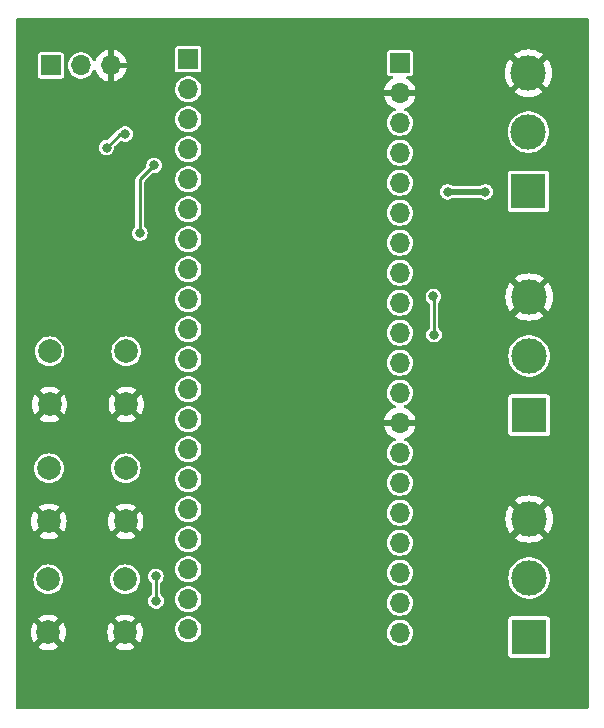
<source format=gbr>
%TF.GenerationSoftware,KiCad,Pcbnew,7.0.6*%
%TF.CreationDate,2024-04-09T21:05:34+03:00*%
%TF.ProjectId,ecu-emulator,6563752d-656d-4756-9c61-746f722e6b69,rev?*%
%TF.SameCoordinates,Original*%
%TF.FileFunction,Copper,L2,Bot*%
%TF.FilePolarity,Positive*%
%FSLAX46Y46*%
G04 Gerber Fmt 4.6, Leading zero omitted, Abs format (unit mm)*
G04 Created by KiCad (PCBNEW 7.0.6) date 2024-04-09 21:05:34*
%MOMM*%
%LPD*%
G01*
G04 APERTURE LIST*
%TA.AperFunction,ComponentPad*%
%ADD10R,3.000000X3.000000*%
%TD*%
%TA.AperFunction,ComponentPad*%
%ADD11C,3.000000*%
%TD*%
%TA.AperFunction,ComponentPad*%
%ADD12C,2.000000*%
%TD*%
%TA.AperFunction,ComponentPad*%
%ADD13R,1.700000X1.700000*%
%TD*%
%TA.AperFunction,ComponentPad*%
%ADD14O,1.700000X1.700000*%
%TD*%
%TA.AperFunction,ViaPad*%
%ADD15C,4.500000*%
%TD*%
%TA.AperFunction,ViaPad*%
%ADD16C,0.800000*%
%TD*%
%TA.AperFunction,Conductor*%
%ADD17C,0.500000*%
%TD*%
%TA.AperFunction,Conductor*%
%ADD18C,0.250000*%
%TD*%
G04 APERTURE END LIST*
D10*
%TO.P,OIL_TEMP1,1,1*%
%TO.N,3V3*%
X154450000Y-101900000D03*
D11*
%TO.P,OIL_TEMP1,2,2*%
%TO.N,ADC1*%
X154450000Y-96900000D03*
%TO.P,OIL_TEMP1,3,3*%
%TO.N,GND*%
X154450000Y-91900000D03*
%TD*%
D12*
%TO.P,LOW_BATT1,1,1*%
%TO.N,LOW_12VBAT_VOLTAGE*%
X113750000Y-97000000D03*
X120250000Y-97000000D03*
%TO.P,LOW_BATT1,2,2*%
%TO.N,GND*%
X113750000Y-101500000D03*
X120250000Y-101500000D03*
%TD*%
%TO.P,GEAR_SHIFT1,1,1*%
%TO.N,GEAR_SHIFT*%
X113850000Y-77700000D03*
X120350000Y-77700000D03*
%TO.P,GEAR_SHIFT1,2,2*%
%TO.N,GND*%
X113850000Y-82200000D03*
X120350000Y-82200000D03*
%TD*%
D10*
%TO.P,RPM1,1,1*%
%TO.N,3V3*%
X154400000Y-64150000D03*
D11*
%TO.P,RPM1,2,2*%
%TO.N,ADC0*%
X154400000Y-59150000D03*
%TO.P,RPM1,3,3*%
%TO.N,GND*%
X154400000Y-54150000D03*
%TD*%
D10*
%TO.P,COOLANT_TEMP1,1,1*%
%TO.N,3V3*%
X154450000Y-83100000D03*
D11*
%TO.P,COOLANT_TEMP1,2,2*%
%TO.N,ADC2*%
X154450000Y-78100000D03*
%TO.P,COOLANT_TEMP1,3,3*%
%TO.N,GND*%
X154450000Y-73100000D03*
%TD*%
D13*
%TO.P,J3,1,Pin_1*%
%TO.N,unconnected-(J3-Pin_1-Pad1)*%
X125600000Y-52980000D03*
D14*
%TO.P,J3,2,Pin_2*%
%TO.N,unconnected-(J3-Pin_2-Pad2)*%
X125600000Y-55520000D03*
%TO.P,J3,3,Pin_3*%
%TO.N,unconnected-(J3-Pin_3-Pad3)*%
X125600000Y-58060000D03*
%TO.P,J3,4,Pin_4*%
%TO.N,CAN_STATUS*%
X125600000Y-60600000D03*
%TO.P,J3,5,Pin_5*%
%TO.N,unconnected-(J3-Pin_5-Pad5)*%
X125600000Y-63140000D03*
%TO.P,J3,6,Pin_6*%
%TO.N,CAN_RX*%
X125600000Y-65680000D03*
%TO.P,J3,7,Pin_7*%
%TO.N,CAN_TX*%
X125600000Y-68220000D03*
%TO.P,J3,8,Pin_8*%
%TO.N,unconnected-(J3-Pin_8-Pad8)*%
X125600000Y-70760000D03*
%TO.P,J3,9,Pin_9*%
%TO.N,unconnected-(J3-Pin_9-Pad9)*%
X125600000Y-73300000D03*
%TO.P,J3,10,Pin_10*%
%TO.N,unconnected-(J3-Pin_10-Pad10)*%
X125600000Y-75840000D03*
%TO.P,J3,11,Pin_11*%
%TO.N,unconnected-(J3-Pin_11-Pad11)*%
X125600000Y-78380000D03*
%TO.P,J3,12,Pin_12*%
%TO.N,unconnected-(J3-Pin_12-Pad12)*%
X125600000Y-80920000D03*
%TO.P,J3,13,Pin_13*%
%TO.N,unconnected-(J3-Pin_13-Pad13)*%
X125600000Y-83460000D03*
%TO.P,J3,14,Pin_14*%
%TO.N,unconnected-(J3-Pin_14-Pad14)*%
X125600000Y-86000000D03*
%TO.P,J3,15,Pin_15*%
%TO.N,unconnected-(J3-Pin_15-Pad15)*%
X125600000Y-88540000D03*
%TO.P,J3,16,Pin_16*%
%TO.N,unconnected-(J3-Pin_16-Pad16)*%
X125600000Y-91080000D03*
%TO.P,J3,17,Pin_17*%
%TO.N,unconnected-(J3-Pin_17-Pad17)*%
X125600000Y-93620000D03*
%TO.P,J3,18,Pin_18*%
%TO.N,unconnected-(J3-Pin_18-Pad18)*%
X125600000Y-96160000D03*
%TO.P,J3,19,Pin_19*%
%TO.N,LOW_12VBAT_VOLTAGE*%
X125600000Y-98700000D03*
%TO.P,J3,20,Pin_20*%
%TO.N,LOW_OIL_PRESSURE*%
X125600000Y-101240000D03*
%TD*%
D13*
%TO.P,J2,1,Pin_1*%
%TO.N,5V*%
X143500000Y-53280000D03*
D14*
%TO.P,J2,2,Pin_2*%
%TO.N,GND*%
X143500000Y-55820000D03*
%TO.P,J2,3,Pin_3*%
%TO.N,unconnected-(J2-Pin_3-Pad3)*%
X143500000Y-58360000D03*
%TO.P,J2,4,Pin_4*%
%TO.N,unconnected-(J2-Pin_4-Pad4)*%
X143500000Y-60900000D03*
%TO.P,J2,5,Pin_5*%
%TO.N,3V3*%
X143500000Y-63440000D03*
%TO.P,J2,6,Pin_6*%
%TO.N,unconnected-(J2-Pin_6-Pad6)*%
X143500000Y-65980000D03*
%TO.P,J2,7,Pin_7*%
%TO.N,ADC0*%
X143500000Y-68520000D03*
%TO.P,J2,8,Pin_8*%
%TO.N,ADC1*%
X143500000Y-71060000D03*
%TO.P,J2,9,Pin_9*%
%TO.N,ADC2*%
X143500000Y-73600000D03*
%TO.P,J2,10,Pin_10*%
%TO.N,unconnected-(J2-Pin_10-Pad10)*%
X143500000Y-76140000D03*
%TO.P,J2,11,Pin_11*%
%TO.N,GEAR_SHIFT*%
X143500000Y-78680000D03*
%TO.P,J2,12,Pin_12*%
%TO.N,unconnected-(J2-Pin_12-Pad12)*%
X143500000Y-81220000D03*
%TO.P,J2,13,Pin_13*%
%TO.N,GND*%
X143500000Y-83760000D03*
%TO.P,J2,14,Pin_14*%
%TO.N,unconnected-(J2-Pin_14-Pad14)*%
X143500000Y-86300000D03*
%TO.P,J2,15,Pin_15*%
%TO.N,unconnected-(J2-Pin_15-Pad15)*%
X143500000Y-88840000D03*
%TO.P,J2,16,Pin_16*%
%TO.N,unconnected-(J2-Pin_16-Pad16)*%
X143500000Y-91380000D03*
%TO.P,J2,17,Pin_17*%
%TO.N,unconnected-(J2-Pin_17-Pad17)*%
X143500000Y-93920000D03*
%TO.P,J2,18,Pin_18*%
%TO.N,unconnected-(J2-Pin_18-Pad18)*%
X143500000Y-96460000D03*
%TO.P,J2,19,Pin_19*%
%TO.N,unconnected-(J2-Pin_19-Pad19)*%
X143500000Y-99000000D03*
%TO.P,J2,20,Pin_20*%
%TO.N,unconnected-(J2-Pin_20-Pad20)*%
X143500000Y-101540000D03*
%TD*%
D13*
%TO.P,J1,1,Pin_1*%
%TO.N,CAN_H*%
X113960000Y-53500000D03*
D14*
%TO.P,J1,2,Pin_2*%
%TO.N,CAN_L*%
X116500000Y-53500000D03*
%TO.P,J1,3,Pin_3*%
%TO.N,GND*%
X119040000Y-53500000D03*
%TD*%
D12*
%TO.P,LOW_OIL1,1,1*%
%TO.N,LOW_OIL_PRESSURE*%
X113800000Y-87600000D03*
X120300000Y-87600000D03*
%TO.P,LOW_OIL1,2,2*%
%TO.N,GND*%
X113800000Y-92100000D03*
X120300000Y-92100000D03*
%TD*%
D15*
%TO.N,GND*%
X139000000Y-67000000D03*
X133000000Y-99000000D03*
D16*
X121250000Y-61300000D03*
D15*
X133000000Y-59000000D03*
D16*
%TO.N,3V3*%
X147550000Y-64200000D03*
X150750000Y-64200000D03*
X118675500Y-60450000D03*
X120250000Y-59300000D03*
%TO.N,ADC1*%
X146400000Y-76300000D03*
X146350000Y-73050000D03*
%TO.N,CAN_STATUS*%
X122700000Y-61950000D03*
X121500000Y-67700000D03*
%TO.N,LOW_OIL_PRESSURE*%
X122850000Y-96750000D03*
X122862701Y-98837299D03*
%TD*%
D17*
%TO.N,3V3*%
X150750000Y-64200000D02*
X147550000Y-64200000D01*
D18*
X120250000Y-59300000D02*
X119825500Y-59300000D01*
X119825500Y-59300000D02*
X118675500Y-60450000D01*
%TO.N,ADC1*%
X146400000Y-73100000D02*
X146350000Y-73050000D01*
X146400000Y-76300000D02*
X146400000Y-73100000D01*
%TO.N,CAN_STATUS*%
X122700000Y-61950000D02*
X121500000Y-63150000D01*
X121500000Y-63150000D02*
X121500000Y-67700000D01*
%TO.N,LOW_OIL_PRESSURE*%
X122850000Y-96750000D02*
X122862701Y-96762701D01*
X122862701Y-96762701D02*
X122862701Y-98837299D01*
%TD*%
%TA.AperFunction,Conductor*%
%TO.N,GND*%
G36*
X159442539Y-49520185D02*
G01*
X159488294Y-49572989D01*
X159499500Y-49624500D01*
X159499500Y-107875500D01*
X159479815Y-107942539D01*
X159427011Y-107988294D01*
X159375500Y-107999500D01*
X111124500Y-107999500D01*
X111057461Y-107979815D01*
X111011706Y-107927011D01*
X111000500Y-107875500D01*
X111000500Y-103425063D01*
X152695500Y-103425063D01*
X152710266Y-103499301D01*
X152766515Y-103583484D01*
X152800234Y-103606014D01*
X152850699Y-103639734D01*
X152850702Y-103639734D01*
X152850703Y-103639735D01*
X152875666Y-103644700D01*
X152924933Y-103654500D01*
X155975066Y-103654499D01*
X156049301Y-103639734D01*
X156133484Y-103583484D01*
X156189734Y-103499301D01*
X156204500Y-103425067D01*
X156204499Y-100374934D01*
X156189734Y-100300699D01*
X156153891Y-100247057D01*
X156133484Y-100216515D01*
X156083019Y-100182796D01*
X156049301Y-100160266D01*
X156049299Y-100160265D01*
X156049296Y-100160264D01*
X155975069Y-100145500D01*
X152924936Y-100145500D01*
X152850698Y-100160266D01*
X152766515Y-100216515D01*
X152710266Y-100300699D01*
X152710264Y-100300703D01*
X152695500Y-100374928D01*
X152695500Y-103425063D01*
X111000500Y-103425063D01*
X111000500Y-101500005D01*
X112244858Y-101500005D01*
X112265385Y-101747729D01*
X112265387Y-101747738D01*
X112326412Y-101988717D01*
X112426266Y-102216364D01*
X112526564Y-102369882D01*
X113224070Y-101672375D01*
X113226884Y-101685915D01*
X113296442Y-101820156D01*
X113399638Y-101930652D01*
X113528819Y-102009209D01*
X113580002Y-102023549D01*
X112879942Y-102723609D01*
X112926768Y-102760055D01*
X112926770Y-102760056D01*
X113145385Y-102878364D01*
X113145396Y-102878369D01*
X113380506Y-102959083D01*
X113625707Y-103000000D01*
X113874293Y-103000000D01*
X114119493Y-102959083D01*
X114354603Y-102878369D01*
X114354614Y-102878364D01*
X114573228Y-102760057D01*
X114573231Y-102760055D01*
X114620056Y-102723609D01*
X113921568Y-102025121D01*
X114038458Y-101974349D01*
X114155739Y-101878934D01*
X114242928Y-101755415D01*
X114273354Y-101669802D01*
X114973434Y-102369882D01*
X115073731Y-102216369D01*
X115173587Y-101988717D01*
X115234612Y-101747738D01*
X115234614Y-101747729D01*
X115255141Y-101500005D01*
X118744858Y-101500005D01*
X118765385Y-101747729D01*
X118765387Y-101747738D01*
X118826412Y-101988717D01*
X118926266Y-102216364D01*
X119026564Y-102369882D01*
X119724070Y-101672376D01*
X119726884Y-101685915D01*
X119796442Y-101820156D01*
X119899638Y-101930652D01*
X120028819Y-102009209D01*
X120080002Y-102023549D01*
X119379942Y-102723609D01*
X119426768Y-102760055D01*
X119426770Y-102760056D01*
X119645385Y-102878364D01*
X119645396Y-102878369D01*
X119880506Y-102959083D01*
X120125707Y-103000000D01*
X120374293Y-103000000D01*
X120619493Y-102959083D01*
X120854603Y-102878369D01*
X120854614Y-102878364D01*
X121073228Y-102760057D01*
X121073231Y-102760055D01*
X121120056Y-102723609D01*
X120421568Y-102025121D01*
X120538458Y-101974349D01*
X120655739Y-101878934D01*
X120742928Y-101755415D01*
X120773355Y-101669801D01*
X121473434Y-102369882D01*
X121573731Y-102216369D01*
X121673587Y-101988717D01*
X121734612Y-101747738D01*
X121734614Y-101747729D01*
X121755141Y-101500005D01*
X121755141Y-101499994D01*
X121734614Y-101252270D01*
X121734612Y-101252261D01*
X121731507Y-101240000D01*
X124490768Y-101240000D01*
X124509654Y-101443816D01*
X124509654Y-101443818D01*
X124509655Y-101443821D01*
X124525641Y-101500005D01*
X124565673Y-101640704D01*
X124656912Y-101823935D01*
X124780269Y-101987287D01*
X124931537Y-102125185D01*
X124931539Y-102125187D01*
X125105569Y-102232942D01*
X125105575Y-102232945D01*
X125146010Y-102248609D01*
X125296444Y-102306888D01*
X125497653Y-102344500D01*
X125497656Y-102344500D01*
X125702344Y-102344500D01*
X125702347Y-102344500D01*
X125903556Y-102306888D01*
X126094427Y-102232944D01*
X126268462Y-102125186D01*
X126419732Y-101987285D01*
X126543088Y-101823935D01*
X126634328Y-101640701D01*
X126662980Y-101540000D01*
X142390768Y-101540000D01*
X142409654Y-101743816D01*
X142409654Y-101743818D01*
X142409655Y-101743821D01*
X142448098Y-101878934D01*
X142465673Y-101940704D01*
X142556912Y-102123935D01*
X142680269Y-102287287D01*
X142831537Y-102425185D01*
X142831539Y-102425187D01*
X143005569Y-102532942D01*
X143005575Y-102532945D01*
X143046010Y-102548609D01*
X143196444Y-102606888D01*
X143397653Y-102644500D01*
X143397656Y-102644500D01*
X143602344Y-102644500D01*
X143602347Y-102644500D01*
X143803556Y-102606888D01*
X143994427Y-102532944D01*
X144168462Y-102425186D01*
X144319732Y-102287285D01*
X144443088Y-102123935D01*
X144534328Y-101940701D01*
X144590345Y-101743821D01*
X144609232Y-101540000D01*
X144590345Y-101336179D01*
X144534328Y-101139299D01*
X144443088Y-100956065D01*
X144319732Y-100792715D01*
X144319730Y-100792712D01*
X144168462Y-100654814D01*
X144168460Y-100654812D01*
X143994430Y-100547057D01*
X143994424Y-100547054D01*
X143843993Y-100488777D01*
X143803556Y-100473112D01*
X143602347Y-100435500D01*
X143397653Y-100435500D01*
X143196444Y-100473112D01*
X143196441Y-100473112D01*
X143196441Y-100473113D01*
X143005575Y-100547054D01*
X143005569Y-100547057D01*
X142831539Y-100654812D01*
X142831537Y-100654814D01*
X142680269Y-100792712D01*
X142556912Y-100956064D01*
X142465673Y-101139295D01*
X142409654Y-101336183D01*
X142390768Y-101539999D01*
X142390768Y-101540000D01*
X126662980Y-101540000D01*
X126690345Y-101443821D01*
X126709232Y-101240000D01*
X126690345Y-101036179D01*
X126634328Y-100839299D01*
X126543088Y-100656065D01*
X126419732Y-100492715D01*
X126419730Y-100492712D01*
X126268462Y-100354814D01*
X126268460Y-100354812D01*
X126094430Y-100247057D01*
X126094424Y-100247054D01*
X125943993Y-100188777D01*
X125903556Y-100173112D01*
X125702347Y-100135500D01*
X125497653Y-100135500D01*
X125296444Y-100173112D01*
X125296441Y-100173112D01*
X125296441Y-100173113D01*
X125105575Y-100247054D01*
X125105569Y-100247057D01*
X124931539Y-100354812D01*
X124931537Y-100354814D01*
X124780269Y-100492712D01*
X124656912Y-100656064D01*
X124565673Y-100839295D01*
X124565671Y-100839299D01*
X124565672Y-100839299D01*
X124512651Y-101025651D01*
X124509654Y-101036183D01*
X124490768Y-101239999D01*
X124490768Y-101240000D01*
X121731507Y-101240000D01*
X121673587Y-101011282D01*
X121573731Y-100783630D01*
X121473434Y-100630116D01*
X120775928Y-101327621D01*
X120773116Y-101314085D01*
X120703558Y-101179844D01*
X120600362Y-101069348D01*
X120471181Y-100990791D01*
X120419997Y-100976450D01*
X121120057Y-100276390D01*
X121120056Y-100276389D01*
X121073229Y-100239943D01*
X120854614Y-100121635D01*
X120854603Y-100121630D01*
X120619493Y-100040916D01*
X120374293Y-100000000D01*
X120125707Y-100000000D01*
X119880506Y-100040916D01*
X119645396Y-100121630D01*
X119645390Y-100121632D01*
X119426761Y-100239949D01*
X119379942Y-100276388D01*
X119379942Y-100276390D01*
X120078431Y-100974878D01*
X119961542Y-101025651D01*
X119844261Y-101121066D01*
X119757072Y-101244585D01*
X119726645Y-101330197D01*
X119026564Y-100630116D01*
X118926267Y-100783632D01*
X118826412Y-101011282D01*
X118765387Y-101252261D01*
X118765385Y-101252270D01*
X118744858Y-101499994D01*
X118744858Y-101500005D01*
X115255141Y-101500005D01*
X115255141Y-101499994D01*
X115234614Y-101252270D01*
X115234612Y-101252261D01*
X115173587Y-101011282D01*
X115073731Y-100783630D01*
X114973434Y-100630116D01*
X114275928Y-101327621D01*
X114273116Y-101314085D01*
X114203558Y-101179844D01*
X114100362Y-101069348D01*
X113971181Y-100990791D01*
X113919997Y-100976450D01*
X114620057Y-100276390D01*
X114620056Y-100276389D01*
X114573229Y-100239943D01*
X114354614Y-100121635D01*
X114354603Y-100121630D01*
X114119493Y-100040916D01*
X113874293Y-100000000D01*
X113625707Y-100000000D01*
X113380506Y-100040916D01*
X113145396Y-100121630D01*
X113145390Y-100121632D01*
X112926761Y-100239949D01*
X112879942Y-100276388D01*
X112879942Y-100276390D01*
X113578431Y-100974878D01*
X113461542Y-101025651D01*
X113344261Y-101121066D01*
X113257072Y-101244585D01*
X113226645Y-101330197D01*
X112526564Y-100630116D01*
X112426267Y-100783632D01*
X112326412Y-101011282D01*
X112265387Y-101252261D01*
X112265385Y-101252270D01*
X112244858Y-101499994D01*
X112244858Y-101500005D01*
X111000500Y-101500005D01*
X111000500Y-97000002D01*
X112490708Y-97000002D01*
X112508842Y-97207287D01*
X112509839Y-97218674D01*
X112566653Y-97430703D01*
X112566654Y-97430706D01*
X112566655Y-97430708D01*
X112659419Y-97629642D01*
X112659423Y-97629650D01*
X112785322Y-97809452D01*
X112785327Y-97809458D01*
X112940541Y-97964672D01*
X112940547Y-97964677D01*
X113120349Y-98090576D01*
X113120351Y-98090577D01*
X113120354Y-98090579D01*
X113319297Y-98183347D01*
X113531326Y-98240161D01*
X113674823Y-98252715D01*
X113749998Y-98259292D01*
X113750000Y-98259292D01*
X113750002Y-98259292D01*
X113825177Y-98252715D01*
X113968674Y-98240161D01*
X114180703Y-98183347D01*
X114379646Y-98090579D01*
X114559457Y-97964674D01*
X114714674Y-97809457D01*
X114840579Y-97629646D01*
X114933347Y-97430703D01*
X114990161Y-97218674D01*
X115009292Y-97000002D01*
X118990708Y-97000002D01*
X119008842Y-97207287D01*
X119009839Y-97218674D01*
X119066653Y-97430703D01*
X119066654Y-97430706D01*
X119066655Y-97430708D01*
X119159419Y-97629642D01*
X119159423Y-97629650D01*
X119285322Y-97809452D01*
X119285327Y-97809458D01*
X119440541Y-97964672D01*
X119440547Y-97964677D01*
X119620349Y-98090576D01*
X119620351Y-98090577D01*
X119620354Y-98090579D01*
X119819297Y-98183347D01*
X120031326Y-98240161D01*
X120174823Y-98252715D01*
X120249998Y-98259292D01*
X120250000Y-98259292D01*
X120250002Y-98259292D01*
X120325177Y-98252715D01*
X120468674Y-98240161D01*
X120680703Y-98183347D01*
X120879646Y-98090579D01*
X121059457Y-97964674D01*
X121214674Y-97809457D01*
X121340579Y-97629646D01*
X121433347Y-97430703D01*
X121490161Y-97218674D01*
X121509292Y-97000000D01*
X121490161Y-96781326D01*
X121481767Y-96750000D01*
X122190693Y-96750000D01*
X122209850Y-96907781D01*
X122244824Y-96999997D01*
X122266213Y-97056395D01*
X122356502Y-97187201D01*
X122441429Y-97262440D01*
X122478554Y-97321627D01*
X122483200Y-97355253D01*
X122483200Y-98243295D01*
X122463515Y-98310334D01*
X122441429Y-98336109D01*
X122369204Y-98400096D01*
X122369201Y-98400100D01*
X122278915Y-98530901D01*
X122222551Y-98679517D01*
X122203394Y-98837298D01*
X122203394Y-98837299D01*
X122222551Y-98995080D01*
X122262609Y-99100701D01*
X122278914Y-99143694D01*
X122369203Y-99274500D01*
X122369205Y-99274502D01*
X122369207Y-99274504D01*
X122488170Y-99379897D01*
X122488172Y-99379898D01*
X122628908Y-99453762D01*
X122706068Y-99472780D01*
X122783229Y-99491799D01*
X122783230Y-99491799D01*
X122942173Y-99491799D01*
X122993612Y-99479119D01*
X123096494Y-99453762D01*
X123237230Y-99379898D01*
X123356199Y-99274500D01*
X123446488Y-99143694D01*
X123502850Y-98995081D01*
X123522008Y-98837299D01*
X123505337Y-98700000D01*
X124490768Y-98700000D01*
X124509654Y-98903816D01*
X124509654Y-98903818D01*
X124509655Y-98903821D01*
X124535621Y-98995081D01*
X124565673Y-99100704D01*
X124656912Y-99283935D01*
X124780269Y-99447287D01*
X124931537Y-99585185D01*
X124931539Y-99585187D01*
X125105569Y-99692942D01*
X125105575Y-99692945D01*
X125146010Y-99708609D01*
X125296444Y-99766888D01*
X125497653Y-99804500D01*
X125497656Y-99804500D01*
X125702344Y-99804500D01*
X125702347Y-99804500D01*
X125903556Y-99766888D01*
X126094427Y-99692944D01*
X126268462Y-99585186D01*
X126419732Y-99447285D01*
X126543088Y-99283935D01*
X126634328Y-99100701D01*
X126662980Y-99000000D01*
X142390768Y-99000000D01*
X142409654Y-99203816D01*
X142409654Y-99203818D01*
X142409655Y-99203821D01*
X142459753Y-99379897D01*
X142465673Y-99400704D01*
X142556912Y-99583935D01*
X142680269Y-99747287D01*
X142831537Y-99885185D01*
X142831539Y-99885187D01*
X143005569Y-99992942D01*
X143005575Y-99992945D01*
X143046010Y-100008609D01*
X143196444Y-100066888D01*
X143397653Y-100104500D01*
X143397656Y-100104500D01*
X143602344Y-100104500D01*
X143602347Y-100104500D01*
X143803556Y-100066888D01*
X143994427Y-99992944D01*
X144168462Y-99885186D01*
X144319732Y-99747285D01*
X144443088Y-99583935D01*
X144534328Y-99400701D01*
X144590345Y-99203821D01*
X144609232Y-99000000D01*
X144590345Y-98796179D01*
X144534328Y-98599299D01*
X144443088Y-98416065D01*
X144319732Y-98252715D01*
X144319730Y-98252712D01*
X144168462Y-98114814D01*
X144168460Y-98114812D01*
X143994430Y-98007057D01*
X143994424Y-98007054D01*
X143843993Y-97948777D01*
X143803556Y-97933112D01*
X143602347Y-97895500D01*
X143397653Y-97895500D01*
X143196444Y-97933112D01*
X143196441Y-97933112D01*
X143196441Y-97933113D01*
X143005575Y-98007054D01*
X143005569Y-98007057D01*
X142831539Y-98114812D01*
X142831537Y-98114814D01*
X142680269Y-98252712D01*
X142556912Y-98416064D01*
X142465673Y-98599295D01*
X142409654Y-98796183D01*
X142390768Y-98999999D01*
X142390768Y-99000000D01*
X126662980Y-99000000D01*
X126690345Y-98903821D01*
X126709232Y-98700000D01*
X126690345Y-98496179D01*
X126634328Y-98299299D01*
X126543088Y-98116065D01*
X126428763Y-97964674D01*
X126419730Y-97952712D01*
X126268462Y-97814814D01*
X126268460Y-97814812D01*
X126094430Y-97707057D01*
X126094424Y-97707054D01*
X125943993Y-97648777D01*
X125903556Y-97633112D01*
X125702347Y-97595500D01*
X125497653Y-97595500D01*
X125296444Y-97633112D01*
X125296441Y-97633112D01*
X125296441Y-97633113D01*
X125105575Y-97707054D01*
X125105569Y-97707057D01*
X124931539Y-97814812D01*
X124931537Y-97814814D01*
X124780269Y-97952712D01*
X124656912Y-98116064D01*
X124565673Y-98299295D01*
X124509654Y-98496183D01*
X124490768Y-98699999D01*
X124490768Y-98700000D01*
X123505337Y-98700000D01*
X123502850Y-98679517D01*
X123446488Y-98530904D01*
X123356199Y-98400098D01*
X123356195Y-98400095D01*
X123356193Y-98400092D01*
X123283973Y-98336109D01*
X123246847Y-98276919D01*
X123242201Y-98243295D01*
X123242201Y-97332749D01*
X123261886Y-97265710D01*
X123283972Y-97239935D01*
X123343498Y-97187201D01*
X123433787Y-97056395D01*
X123490149Y-96907782D01*
X123509307Y-96750000D01*
X123490149Y-96592218D01*
X123433787Y-96443605D01*
X123343498Y-96312799D01*
X123343495Y-96312796D01*
X123343493Y-96312794D01*
X123224530Y-96207401D01*
X123134215Y-96160000D01*
X124490768Y-96160000D01*
X124509654Y-96363816D01*
X124509654Y-96363818D01*
X124509655Y-96363821D01*
X124537020Y-96459999D01*
X124565673Y-96560704D01*
X124656912Y-96743935D01*
X124780269Y-96907287D01*
X124931537Y-97045185D01*
X124931539Y-97045187D01*
X125105569Y-97152942D01*
X125105575Y-97152945D01*
X125146010Y-97168609D01*
X125296444Y-97226888D01*
X125497653Y-97264500D01*
X125497656Y-97264500D01*
X125702344Y-97264500D01*
X125702347Y-97264500D01*
X125903556Y-97226888D01*
X126094427Y-97152944D01*
X126268462Y-97045186D01*
X126419732Y-96907285D01*
X126543088Y-96743935D01*
X126634328Y-96560701D01*
X126662980Y-96460000D01*
X142390768Y-96460000D01*
X142409654Y-96663816D01*
X142409654Y-96663818D01*
X142409655Y-96663821D01*
X142465672Y-96860701D01*
X142465673Y-96860704D01*
X142556912Y-97043935D01*
X142680269Y-97207287D01*
X142831537Y-97345185D01*
X142831539Y-97345187D01*
X143005569Y-97452942D01*
X143005575Y-97452945D01*
X143046010Y-97468609D01*
X143196444Y-97526888D01*
X143397653Y-97564500D01*
X143397656Y-97564500D01*
X143602344Y-97564500D01*
X143602347Y-97564500D01*
X143803556Y-97526888D01*
X143994427Y-97452944D01*
X144168462Y-97345186D01*
X144307239Y-97218674D01*
X144319730Y-97207287D01*
X144319732Y-97207285D01*
X144443088Y-97043935D01*
X144514757Y-96900004D01*
X152690580Y-96900004D01*
X152710229Y-97162218D01*
X152710230Y-97162223D01*
X152768742Y-97418584D01*
X152768744Y-97418593D01*
X152768746Y-97418598D01*
X152864817Y-97663384D01*
X152996299Y-97891117D01*
X153160254Y-98096710D01*
X153353020Y-98275570D01*
X153570290Y-98423702D01*
X153807212Y-98537798D01*
X154058492Y-98615308D01*
X154058493Y-98615308D01*
X154058496Y-98615309D01*
X154318510Y-98654499D01*
X154318515Y-98654499D01*
X154318518Y-98654500D01*
X154318519Y-98654500D01*
X154581481Y-98654500D01*
X154581482Y-98654500D01*
X154581489Y-98654499D01*
X154841503Y-98615309D01*
X154841504Y-98615308D01*
X154841508Y-98615308D01*
X155092788Y-98537798D01*
X155329710Y-98423702D01*
X155546980Y-98275570D01*
X155739746Y-98096710D01*
X155903701Y-97891117D01*
X156035183Y-97663384D01*
X156131254Y-97418598D01*
X156189769Y-97162228D01*
X156201926Y-97000000D01*
X156209420Y-96900004D01*
X156209420Y-96899995D01*
X156189770Y-96637781D01*
X156189769Y-96637776D01*
X156189769Y-96637772D01*
X156131254Y-96381402D01*
X156035183Y-96136616D01*
X155903701Y-95908883D01*
X155739746Y-95703290D01*
X155546980Y-95524430D01*
X155329710Y-95376298D01*
X155329707Y-95376297D01*
X155329705Y-95376295D01*
X155092788Y-95262202D01*
X154841509Y-95184692D01*
X154841503Y-95184690D01*
X154581489Y-95145500D01*
X154581482Y-95145500D01*
X154318518Y-95145500D01*
X154318510Y-95145500D01*
X154058496Y-95184690D01*
X154058490Y-95184692D01*
X153807211Y-95262202D01*
X153570294Y-95376295D01*
X153353019Y-95524430D01*
X153160256Y-95703288D01*
X153160254Y-95703290D01*
X152996299Y-95908883D01*
X152864817Y-96136615D01*
X152768748Y-96381396D01*
X152768742Y-96381415D01*
X152710230Y-96637776D01*
X152710229Y-96637781D01*
X152690580Y-96899995D01*
X152690580Y-96900004D01*
X144514757Y-96900004D01*
X144534328Y-96860701D01*
X144590345Y-96663821D01*
X144609232Y-96460000D01*
X144607712Y-96443602D01*
X144600925Y-96370354D01*
X144590345Y-96256179D01*
X144534328Y-96059299D01*
X144443088Y-95876065D01*
X144319732Y-95712715D01*
X144319730Y-95712712D01*
X144168462Y-95574814D01*
X144168460Y-95574812D01*
X143994430Y-95467057D01*
X143994424Y-95467054D01*
X143843993Y-95408777D01*
X143803556Y-95393112D01*
X143602347Y-95355500D01*
X143397653Y-95355500D01*
X143196444Y-95393112D01*
X143196441Y-95393112D01*
X143196441Y-95393113D01*
X143005575Y-95467054D01*
X143005569Y-95467057D01*
X142831539Y-95574812D01*
X142831537Y-95574814D01*
X142680269Y-95712712D01*
X142556912Y-95876064D01*
X142465673Y-96059295D01*
X142465671Y-96059299D01*
X142465672Y-96059299D01*
X142423534Y-96207401D01*
X142409654Y-96256183D01*
X142390768Y-96459999D01*
X142390768Y-96460000D01*
X126662980Y-96460000D01*
X126690345Y-96363821D01*
X126709232Y-96160000D01*
X126690345Y-95956179D01*
X126634328Y-95759299D01*
X126543088Y-95576065D01*
X126419732Y-95412715D01*
X126419730Y-95412712D01*
X126268462Y-95274814D01*
X126268460Y-95274812D01*
X126094430Y-95167057D01*
X126094424Y-95167054D01*
X125943993Y-95108777D01*
X125903556Y-95093112D01*
X125702347Y-95055500D01*
X125497653Y-95055500D01*
X125296444Y-95093112D01*
X125296441Y-95093112D01*
X125296441Y-95093113D01*
X125105575Y-95167054D01*
X125105569Y-95167057D01*
X124931539Y-95274812D01*
X124931537Y-95274814D01*
X124780269Y-95412712D01*
X124656912Y-95576064D01*
X124565673Y-95759295D01*
X124509654Y-95956183D01*
X124490768Y-96159999D01*
X124490768Y-96160000D01*
X123134215Y-96160000D01*
X123095961Y-96139923D01*
X123083793Y-96133537D01*
X123083792Y-96133536D01*
X123083791Y-96133536D01*
X122929472Y-96095500D01*
X122929471Y-96095500D01*
X122770529Y-96095500D01*
X122770528Y-96095500D01*
X122616208Y-96133536D01*
X122475469Y-96207401D01*
X122356506Y-96312794D01*
X122356500Y-96312801D01*
X122266214Y-96443602D01*
X122209850Y-96592218D01*
X122190693Y-96749999D01*
X122190693Y-96750000D01*
X121481767Y-96750000D01*
X121433347Y-96569297D01*
X121340579Y-96370354D01*
X121340577Y-96370351D01*
X121340576Y-96370349D01*
X121214677Y-96190547D01*
X121214672Y-96190541D01*
X121059458Y-96035327D01*
X121059452Y-96035322D01*
X120879650Y-95909423D01*
X120879642Y-95909419D01*
X120680708Y-95816655D01*
X120680706Y-95816654D01*
X120680703Y-95816653D01*
X120529885Y-95776240D01*
X120468675Y-95759839D01*
X120468668Y-95759838D01*
X120250002Y-95740708D01*
X120249998Y-95740708D01*
X120031331Y-95759838D01*
X120031324Y-95759839D01*
X119908902Y-95792642D01*
X119819297Y-95816653D01*
X119819295Y-95816653D01*
X119819291Y-95816655D01*
X119620357Y-95909419D01*
X119620349Y-95909423D01*
X119440547Y-96035322D01*
X119440541Y-96035327D01*
X119285327Y-96190541D01*
X119285322Y-96190547D01*
X119159423Y-96370349D01*
X119159419Y-96370357D01*
X119066655Y-96569291D01*
X119066653Y-96569295D01*
X119066653Y-96569297D01*
X119042642Y-96658902D01*
X119009839Y-96781324D01*
X119009838Y-96781331D01*
X118990708Y-96999997D01*
X118990708Y-97000002D01*
X115009292Y-97000002D01*
X115009292Y-97000000D01*
X114990161Y-96781326D01*
X114933347Y-96569297D01*
X114840579Y-96370354D01*
X114840577Y-96370351D01*
X114840576Y-96370349D01*
X114714677Y-96190547D01*
X114714672Y-96190541D01*
X114559458Y-96035327D01*
X114559452Y-96035322D01*
X114379650Y-95909423D01*
X114379642Y-95909419D01*
X114180708Y-95816655D01*
X114180706Y-95816654D01*
X114180703Y-95816653D01*
X114029885Y-95776240D01*
X113968675Y-95759839D01*
X113968668Y-95759838D01*
X113750002Y-95740708D01*
X113749998Y-95740708D01*
X113531331Y-95759838D01*
X113531324Y-95759839D01*
X113408902Y-95792642D01*
X113319297Y-95816653D01*
X113319295Y-95816653D01*
X113319291Y-95816655D01*
X113120357Y-95909419D01*
X113120349Y-95909423D01*
X112940547Y-96035322D01*
X112940541Y-96035327D01*
X112785327Y-96190541D01*
X112785322Y-96190547D01*
X112659423Y-96370349D01*
X112659419Y-96370357D01*
X112566655Y-96569291D01*
X112566653Y-96569295D01*
X112566653Y-96569297D01*
X112542642Y-96658902D01*
X112509839Y-96781324D01*
X112509838Y-96781331D01*
X112490708Y-96999997D01*
X112490708Y-97000002D01*
X111000500Y-97000002D01*
X111000500Y-93620000D01*
X124490768Y-93620000D01*
X124509654Y-93823816D01*
X124509654Y-93823818D01*
X124509655Y-93823821D01*
X124537020Y-93919999D01*
X124565673Y-94020704D01*
X124656912Y-94203935D01*
X124780269Y-94367287D01*
X124931537Y-94505185D01*
X124931539Y-94505187D01*
X125105569Y-94612942D01*
X125105575Y-94612945D01*
X125146010Y-94628609D01*
X125296444Y-94686888D01*
X125497653Y-94724500D01*
X125497656Y-94724500D01*
X125702344Y-94724500D01*
X125702347Y-94724500D01*
X125903556Y-94686888D01*
X126094427Y-94612944D01*
X126268462Y-94505186D01*
X126419732Y-94367285D01*
X126543088Y-94203935D01*
X126634328Y-94020701D01*
X126662980Y-93920000D01*
X142390768Y-93920000D01*
X142409654Y-94123816D01*
X142409654Y-94123818D01*
X142409655Y-94123821D01*
X142465672Y-94320701D01*
X142465673Y-94320704D01*
X142556912Y-94503935D01*
X142680269Y-94667287D01*
X142831537Y-94805185D01*
X142831539Y-94805187D01*
X143005569Y-94912942D01*
X143005575Y-94912945D01*
X143046010Y-94928609D01*
X143196444Y-94986888D01*
X143397653Y-95024500D01*
X143397656Y-95024500D01*
X143602344Y-95024500D01*
X143602347Y-95024500D01*
X143803556Y-94986888D01*
X143994427Y-94912944D01*
X144168462Y-94805186D01*
X144319732Y-94667285D01*
X144443088Y-94503935D01*
X144534328Y-94320701D01*
X144590345Y-94123821D01*
X144609232Y-93920000D01*
X144590345Y-93716179D01*
X144534328Y-93519299D01*
X144443088Y-93336065D01*
X144319732Y-93172715D01*
X144319730Y-93172712D01*
X144168462Y-93034814D01*
X144168460Y-93034812D01*
X143994430Y-92927057D01*
X143994424Y-92927054D01*
X143843993Y-92868777D01*
X143803556Y-92853112D01*
X143602347Y-92815500D01*
X143397653Y-92815500D01*
X143196444Y-92853112D01*
X143196441Y-92853112D01*
X143196441Y-92853113D01*
X143005575Y-92927054D01*
X143005569Y-92927057D01*
X142831539Y-93034812D01*
X142831537Y-93034814D01*
X142680269Y-93172712D01*
X142556912Y-93336064D01*
X142465673Y-93519295D01*
X142409654Y-93716183D01*
X142390768Y-93919999D01*
X142390768Y-93920000D01*
X126662980Y-93920000D01*
X126690345Y-93823821D01*
X126709232Y-93620000D01*
X126690345Y-93416179D01*
X126634328Y-93219299D01*
X126543088Y-93036065D01*
X126419732Y-92872715D01*
X126419730Y-92872712D01*
X126268462Y-92734814D01*
X126268460Y-92734812D01*
X126094430Y-92627057D01*
X126094424Y-92627054D01*
X125943993Y-92568777D01*
X125903556Y-92553112D01*
X125702347Y-92515500D01*
X125497653Y-92515500D01*
X125296444Y-92553112D01*
X125296441Y-92553112D01*
X125296441Y-92553113D01*
X125105575Y-92627054D01*
X125105569Y-92627057D01*
X124931539Y-92734812D01*
X124931537Y-92734814D01*
X124780269Y-92872712D01*
X124656912Y-93036064D01*
X124565673Y-93219295D01*
X124509654Y-93416183D01*
X124490768Y-93619999D01*
X124490768Y-93620000D01*
X111000500Y-93620000D01*
X111000500Y-92100005D01*
X112294858Y-92100005D01*
X112315385Y-92347729D01*
X112315387Y-92347738D01*
X112376412Y-92588717D01*
X112476266Y-92816364D01*
X112576564Y-92969882D01*
X113274070Y-92272376D01*
X113276884Y-92285915D01*
X113346442Y-92420156D01*
X113449638Y-92530652D01*
X113578819Y-92609209D01*
X113630002Y-92623549D01*
X112929942Y-93323609D01*
X112976768Y-93360055D01*
X112976770Y-93360056D01*
X113195385Y-93478364D01*
X113195396Y-93478369D01*
X113430506Y-93559083D01*
X113675707Y-93600000D01*
X113924293Y-93600000D01*
X114169493Y-93559083D01*
X114404603Y-93478369D01*
X114404614Y-93478364D01*
X114623228Y-93360057D01*
X114623231Y-93360055D01*
X114670056Y-93323609D01*
X113971568Y-92625121D01*
X114088458Y-92574349D01*
X114205739Y-92478934D01*
X114292928Y-92355415D01*
X114323354Y-92269802D01*
X115023434Y-92969882D01*
X115123731Y-92816369D01*
X115223587Y-92588717D01*
X115284612Y-92347738D01*
X115284614Y-92347729D01*
X115305141Y-92100005D01*
X118794858Y-92100005D01*
X118815385Y-92347729D01*
X118815387Y-92347738D01*
X118876412Y-92588717D01*
X118976266Y-92816364D01*
X119076564Y-92969882D01*
X119774070Y-92272376D01*
X119776884Y-92285915D01*
X119846442Y-92420156D01*
X119949638Y-92530652D01*
X120078819Y-92609209D01*
X120130002Y-92623549D01*
X119429942Y-93323609D01*
X119476768Y-93360055D01*
X119476770Y-93360056D01*
X119695385Y-93478364D01*
X119695396Y-93478369D01*
X119930506Y-93559083D01*
X120175707Y-93600000D01*
X120424293Y-93600000D01*
X120669493Y-93559083D01*
X120904603Y-93478369D01*
X120904614Y-93478364D01*
X121123228Y-93360057D01*
X121123231Y-93360055D01*
X121170056Y-93323609D01*
X120471568Y-92625121D01*
X120588458Y-92574349D01*
X120705739Y-92478934D01*
X120792928Y-92355415D01*
X120823354Y-92269802D01*
X121523434Y-92969882D01*
X121623731Y-92816369D01*
X121723587Y-92588717D01*
X121784612Y-92347738D01*
X121784614Y-92347729D01*
X121805141Y-92100005D01*
X121805141Y-92099994D01*
X121784614Y-91852270D01*
X121784612Y-91852261D01*
X121723587Y-91611282D01*
X121623731Y-91383630D01*
X121523434Y-91230116D01*
X120825928Y-91927621D01*
X120823116Y-91914085D01*
X120753558Y-91779844D01*
X120650362Y-91669348D01*
X120521181Y-91590791D01*
X120469997Y-91576450D01*
X120966447Y-91080000D01*
X124490768Y-91080000D01*
X124509654Y-91283816D01*
X124509654Y-91283818D01*
X124509655Y-91283821D01*
X124535854Y-91375901D01*
X124565673Y-91480704D01*
X124656912Y-91663935D01*
X124780269Y-91827287D01*
X124931537Y-91965185D01*
X124931539Y-91965187D01*
X125105569Y-92072942D01*
X125105575Y-92072945D01*
X125146010Y-92088609D01*
X125296444Y-92146888D01*
X125497653Y-92184500D01*
X125497656Y-92184500D01*
X125702344Y-92184500D01*
X125702347Y-92184500D01*
X125903556Y-92146888D01*
X126094427Y-92072944D01*
X126268462Y-91965186D01*
X126419732Y-91827285D01*
X126543088Y-91663935D01*
X126634328Y-91480701D01*
X126662980Y-91380000D01*
X142390768Y-91380000D01*
X142409654Y-91583816D01*
X142409654Y-91583818D01*
X142409655Y-91583821D01*
X142455050Y-91743369D01*
X142465673Y-91780704D01*
X142556912Y-91963935D01*
X142680269Y-92127287D01*
X142831537Y-92265185D01*
X142831539Y-92265187D01*
X143005569Y-92372942D01*
X143005575Y-92372945D01*
X143046010Y-92388609D01*
X143196444Y-92446888D01*
X143397653Y-92484500D01*
X143397656Y-92484500D01*
X143602344Y-92484500D01*
X143602347Y-92484500D01*
X143803556Y-92446888D01*
X143994427Y-92372944D01*
X144168462Y-92265186D01*
X144319732Y-92127285D01*
X144443088Y-91963935D01*
X144474923Y-91900001D01*
X152444891Y-91900001D01*
X152465300Y-92185362D01*
X152526109Y-92464895D01*
X152626091Y-92732958D01*
X152763191Y-92984038D01*
X152763196Y-92984046D01*
X152869882Y-93126561D01*
X152869883Y-93126562D01*
X153887226Y-92109218D01*
X153925901Y-92202588D01*
X154022075Y-92327925D01*
X154147412Y-92424099D01*
X154240779Y-92462772D01*
X153223436Y-93480115D01*
X153365960Y-93586807D01*
X153365961Y-93586808D01*
X153617042Y-93723908D01*
X153617041Y-93723908D01*
X153885104Y-93823890D01*
X154164637Y-93884699D01*
X154449999Y-93905109D01*
X154450001Y-93905109D01*
X154735362Y-93884699D01*
X155014895Y-93823890D01*
X155282958Y-93723908D01*
X155534047Y-93586803D01*
X155676561Y-93480116D01*
X155676562Y-93480115D01*
X154659220Y-92462772D01*
X154752588Y-92424099D01*
X154877925Y-92327925D01*
X154974099Y-92202589D01*
X155012773Y-92109220D01*
X156030115Y-93126562D01*
X156030116Y-93126561D01*
X156136803Y-92984047D01*
X156273908Y-92732958D01*
X156373890Y-92464895D01*
X156434699Y-92185362D01*
X156455109Y-91900001D01*
X156455109Y-91899998D01*
X156434699Y-91614637D01*
X156373890Y-91335104D01*
X156273908Y-91067041D01*
X156136808Y-90815961D01*
X156136807Y-90815960D01*
X156030115Y-90673436D01*
X155012772Y-91690778D01*
X154974099Y-91597412D01*
X154877925Y-91472075D01*
X154752588Y-91375901D01*
X154659219Y-91337226D01*
X155676562Y-90319883D01*
X155676561Y-90319882D01*
X155534046Y-90213196D01*
X155534038Y-90213191D01*
X155282957Y-90076091D01*
X155282958Y-90076091D01*
X155014895Y-89976109D01*
X154735362Y-89915300D01*
X154450001Y-89894891D01*
X154449999Y-89894891D01*
X154164637Y-89915300D01*
X153885104Y-89976109D01*
X153617041Y-90076091D01*
X153365961Y-90213191D01*
X153365953Y-90213196D01*
X153223437Y-90319882D01*
X153223436Y-90319883D01*
X154240780Y-91337226D01*
X154147412Y-91375901D01*
X154022075Y-91472075D01*
X153925901Y-91597411D01*
X153887226Y-91690779D01*
X152869882Y-90673436D01*
X152763196Y-90815953D01*
X152763191Y-90815961D01*
X152626091Y-91067041D01*
X152526109Y-91335104D01*
X152465300Y-91614637D01*
X152444891Y-91899998D01*
X152444891Y-91900001D01*
X144474923Y-91900001D01*
X144534328Y-91780701D01*
X144590345Y-91583821D01*
X144609232Y-91380000D01*
X144590345Y-91176179D01*
X144534328Y-90979299D01*
X144443088Y-90796065D01*
X144319732Y-90632715D01*
X144319730Y-90632712D01*
X144168462Y-90494814D01*
X144168460Y-90494812D01*
X143994430Y-90387057D01*
X143994424Y-90387054D01*
X143821031Y-90319882D01*
X143803556Y-90313112D01*
X143602347Y-90275500D01*
X143397653Y-90275500D01*
X143196444Y-90313112D01*
X143196441Y-90313112D01*
X143196441Y-90313113D01*
X143005575Y-90387054D01*
X143005569Y-90387057D01*
X142831539Y-90494812D01*
X142831537Y-90494814D01*
X142680269Y-90632712D01*
X142556912Y-90796064D01*
X142465673Y-90979295D01*
X142409654Y-91176183D01*
X142390768Y-91379999D01*
X142390768Y-91380000D01*
X126662980Y-91380000D01*
X126690345Y-91283821D01*
X126709232Y-91080000D01*
X126690345Y-90876179D01*
X126634328Y-90679299D01*
X126543088Y-90496065D01*
X126419732Y-90332715D01*
X126419730Y-90332712D01*
X126268462Y-90194814D01*
X126268460Y-90194812D01*
X126094430Y-90087057D01*
X126094424Y-90087054D01*
X125943993Y-90028777D01*
X125903556Y-90013112D01*
X125702347Y-89975500D01*
X125497653Y-89975500D01*
X125296444Y-90013112D01*
X125296441Y-90013112D01*
X125296441Y-90013113D01*
X125105575Y-90087054D01*
X125105569Y-90087057D01*
X124931539Y-90194812D01*
X124931537Y-90194814D01*
X124780269Y-90332712D01*
X124656912Y-90496064D01*
X124565673Y-90679295D01*
X124509654Y-90876183D01*
X124490768Y-91079999D01*
X124490768Y-91080000D01*
X120966447Y-91080000D01*
X121170057Y-90876390D01*
X121170056Y-90876389D01*
X121123229Y-90839943D01*
X120904614Y-90721635D01*
X120904603Y-90721630D01*
X120669493Y-90640916D01*
X120424293Y-90600000D01*
X120175707Y-90600000D01*
X119930506Y-90640916D01*
X119695396Y-90721630D01*
X119695390Y-90721632D01*
X119476761Y-90839949D01*
X119429942Y-90876388D01*
X119429942Y-90876390D01*
X120128431Y-91574878D01*
X120011542Y-91625651D01*
X119894261Y-91721066D01*
X119807072Y-91844585D01*
X119776645Y-91930197D01*
X119076564Y-91230116D01*
X118976267Y-91383632D01*
X118876412Y-91611282D01*
X118815387Y-91852261D01*
X118815385Y-91852270D01*
X118794858Y-92099994D01*
X118794858Y-92100005D01*
X115305141Y-92100005D01*
X115305141Y-92099994D01*
X115284614Y-91852270D01*
X115284612Y-91852261D01*
X115223587Y-91611282D01*
X115123731Y-91383630D01*
X115023434Y-91230116D01*
X114325929Y-91927622D01*
X114323116Y-91914085D01*
X114253558Y-91779844D01*
X114150362Y-91669348D01*
X114021181Y-91590791D01*
X113969996Y-91576449D01*
X114670056Y-90876389D01*
X114623229Y-90839943D01*
X114404614Y-90721635D01*
X114404603Y-90721630D01*
X114169493Y-90640916D01*
X113924293Y-90600000D01*
X113675707Y-90600000D01*
X113430506Y-90640916D01*
X113195396Y-90721630D01*
X113195390Y-90721632D01*
X112976761Y-90839949D01*
X112929942Y-90876388D01*
X112929942Y-90876390D01*
X113628430Y-91574879D01*
X113511542Y-91625651D01*
X113394261Y-91721066D01*
X113307072Y-91844585D01*
X113276645Y-91930197D01*
X112576564Y-91230116D01*
X112476267Y-91383632D01*
X112376412Y-91611282D01*
X112315387Y-91852261D01*
X112315385Y-91852270D01*
X112294858Y-92099994D01*
X112294858Y-92100005D01*
X111000500Y-92100005D01*
X111000500Y-87600002D01*
X112540708Y-87600002D01*
X112559838Y-87818668D01*
X112559839Y-87818675D01*
X112567444Y-87847056D01*
X112616653Y-88030703D01*
X112616654Y-88030706D01*
X112616655Y-88030708D01*
X112709419Y-88229642D01*
X112709423Y-88229650D01*
X112835322Y-88409452D01*
X112835327Y-88409458D01*
X112990541Y-88564672D01*
X112990547Y-88564677D01*
X113170349Y-88690576D01*
X113170351Y-88690577D01*
X113170354Y-88690579D01*
X113369297Y-88783347D01*
X113581326Y-88840161D01*
X113737521Y-88853826D01*
X113799998Y-88859292D01*
X113800000Y-88859292D01*
X113800002Y-88859292D01*
X113854668Y-88854509D01*
X114018674Y-88840161D01*
X114230703Y-88783347D01*
X114429646Y-88690579D01*
X114609457Y-88564674D01*
X114764674Y-88409457D01*
X114890579Y-88229646D01*
X114983347Y-88030703D01*
X115040161Y-87818674D01*
X115059292Y-87600002D01*
X119040708Y-87600002D01*
X119059838Y-87818668D01*
X119059839Y-87818675D01*
X119067444Y-87847056D01*
X119116653Y-88030703D01*
X119116654Y-88030706D01*
X119116655Y-88030708D01*
X119209419Y-88229642D01*
X119209423Y-88229650D01*
X119335322Y-88409452D01*
X119335327Y-88409458D01*
X119490541Y-88564672D01*
X119490547Y-88564677D01*
X119670349Y-88690576D01*
X119670351Y-88690577D01*
X119670354Y-88690579D01*
X119869297Y-88783347D01*
X120081326Y-88840161D01*
X120237521Y-88853826D01*
X120299998Y-88859292D01*
X120300000Y-88859292D01*
X120300002Y-88859292D01*
X120354668Y-88854509D01*
X120518674Y-88840161D01*
X120730703Y-88783347D01*
X120929646Y-88690579D01*
X121109457Y-88564674D01*
X121134131Y-88540000D01*
X124490768Y-88540000D01*
X124509654Y-88743816D01*
X124509654Y-88743818D01*
X124509655Y-88743821D01*
X124520901Y-88783347D01*
X124565673Y-88940704D01*
X124656912Y-89123935D01*
X124780269Y-89287287D01*
X124931537Y-89425185D01*
X124931539Y-89425187D01*
X125105569Y-89532942D01*
X125105575Y-89532945D01*
X125146010Y-89548609D01*
X125296444Y-89606888D01*
X125497653Y-89644500D01*
X125497656Y-89644500D01*
X125702344Y-89644500D01*
X125702347Y-89644500D01*
X125903556Y-89606888D01*
X126094427Y-89532944D01*
X126268462Y-89425186D01*
X126419732Y-89287285D01*
X126543088Y-89123935D01*
X126634328Y-88940701D01*
X126662980Y-88840000D01*
X142390768Y-88840000D01*
X142409654Y-89043816D01*
X142409654Y-89043818D01*
X142409655Y-89043821D01*
X142465672Y-89240701D01*
X142465673Y-89240704D01*
X142556912Y-89423935D01*
X142680269Y-89587287D01*
X142831537Y-89725185D01*
X142831539Y-89725187D01*
X143005569Y-89832942D01*
X143005575Y-89832945D01*
X143046010Y-89848609D01*
X143196444Y-89906888D01*
X143397653Y-89944500D01*
X143397656Y-89944500D01*
X143602344Y-89944500D01*
X143602347Y-89944500D01*
X143803556Y-89906888D01*
X143994427Y-89832944D01*
X144168462Y-89725186D01*
X144319732Y-89587285D01*
X144443088Y-89423935D01*
X144534328Y-89240701D01*
X144590345Y-89043821D01*
X144609232Y-88840000D01*
X144590345Y-88636179D01*
X144534328Y-88439299D01*
X144443088Y-88256065D01*
X144319732Y-88092715D01*
X144319730Y-88092712D01*
X144168462Y-87954814D01*
X144168460Y-87954812D01*
X143994430Y-87847057D01*
X143994424Y-87847054D01*
X143843993Y-87788777D01*
X143803556Y-87773112D01*
X143602347Y-87735500D01*
X143397653Y-87735500D01*
X143196444Y-87773112D01*
X143196441Y-87773112D01*
X143196441Y-87773113D01*
X143005575Y-87847054D01*
X143005569Y-87847057D01*
X142831539Y-87954812D01*
X142831537Y-87954814D01*
X142680269Y-88092712D01*
X142556912Y-88256064D01*
X142465673Y-88439295D01*
X142409654Y-88636183D01*
X142390768Y-88839999D01*
X142390768Y-88840000D01*
X126662980Y-88840000D01*
X126690345Y-88743821D01*
X126709232Y-88540000D01*
X126690345Y-88336179D01*
X126634328Y-88139299D01*
X126543088Y-87956065D01*
X126419732Y-87792715D01*
X126419730Y-87792712D01*
X126268462Y-87654814D01*
X126268460Y-87654812D01*
X126094430Y-87547057D01*
X126094424Y-87547054D01*
X125943993Y-87488777D01*
X125903556Y-87473112D01*
X125702347Y-87435500D01*
X125497653Y-87435500D01*
X125296444Y-87473112D01*
X125296441Y-87473112D01*
X125296441Y-87473113D01*
X125105575Y-87547054D01*
X125105569Y-87547057D01*
X124931539Y-87654812D01*
X124931537Y-87654814D01*
X124780269Y-87792712D01*
X124656912Y-87956064D01*
X124565673Y-88139295D01*
X124509654Y-88336183D01*
X124490768Y-88539999D01*
X124490768Y-88540000D01*
X121134131Y-88540000D01*
X121264674Y-88409457D01*
X121390579Y-88229646D01*
X121483347Y-88030703D01*
X121540161Y-87818674D01*
X121559292Y-87600000D01*
X121540161Y-87381326D01*
X121483347Y-87169297D01*
X121390579Y-86970354D01*
X121390577Y-86970351D01*
X121390576Y-86970349D01*
X121264677Y-86790547D01*
X121264672Y-86790541D01*
X121109458Y-86635327D01*
X121109452Y-86635322D01*
X120929650Y-86509423D01*
X120929642Y-86509419D01*
X120730708Y-86416655D01*
X120730706Y-86416654D01*
X120730703Y-86416653D01*
X120579885Y-86376240D01*
X120518675Y-86359839D01*
X120518668Y-86359838D01*
X120300002Y-86340708D01*
X120299998Y-86340708D01*
X120081331Y-86359838D01*
X120081324Y-86359839D01*
X119958902Y-86392642D01*
X119869297Y-86416653D01*
X119869295Y-86416653D01*
X119869291Y-86416655D01*
X119670357Y-86509419D01*
X119670349Y-86509423D01*
X119490547Y-86635322D01*
X119490541Y-86635327D01*
X119335327Y-86790541D01*
X119335322Y-86790547D01*
X119209423Y-86970349D01*
X119209419Y-86970357D01*
X119116655Y-87169291D01*
X119116653Y-87169295D01*
X119116653Y-87169297D01*
X119092642Y-87258902D01*
X119059839Y-87381324D01*
X119059838Y-87381331D01*
X119040708Y-87599997D01*
X119040708Y-87600002D01*
X115059292Y-87600002D01*
X115059292Y-87600000D01*
X115040161Y-87381326D01*
X114983347Y-87169297D01*
X114890579Y-86970354D01*
X114890577Y-86970351D01*
X114890576Y-86970349D01*
X114764677Y-86790547D01*
X114764672Y-86790541D01*
X114609458Y-86635327D01*
X114609452Y-86635322D01*
X114429650Y-86509423D01*
X114429642Y-86509419D01*
X114230708Y-86416655D01*
X114230706Y-86416654D01*
X114230703Y-86416653D01*
X114079885Y-86376240D01*
X114018675Y-86359839D01*
X114018668Y-86359838D01*
X113800002Y-86340708D01*
X113799998Y-86340708D01*
X113581331Y-86359838D01*
X113581324Y-86359839D01*
X113458902Y-86392642D01*
X113369297Y-86416653D01*
X113369295Y-86416653D01*
X113369291Y-86416655D01*
X113170357Y-86509419D01*
X113170349Y-86509423D01*
X112990547Y-86635322D01*
X112990541Y-86635327D01*
X112835327Y-86790541D01*
X112835322Y-86790547D01*
X112709423Y-86970349D01*
X112709419Y-86970357D01*
X112616655Y-87169291D01*
X112616653Y-87169295D01*
X112616653Y-87169297D01*
X112592642Y-87258902D01*
X112559839Y-87381324D01*
X112559838Y-87381331D01*
X112540708Y-87599997D01*
X112540708Y-87600002D01*
X111000500Y-87600002D01*
X111000500Y-86000000D01*
X124490768Y-86000000D01*
X124509654Y-86203816D01*
X124565673Y-86400704D01*
X124656912Y-86583935D01*
X124780269Y-86747287D01*
X124931537Y-86885185D01*
X124931539Y-86885187D01*
X125105569Y-86992942D01*
X125105575Y-86992945D01*
X125146010Y-87008609D01*
X125296444Y-87066888D01*
X125497653Y-87104500D01*
X125497656Y-87104500D01*
X125702344Y-87104500D01*
X125702347Y-87104500D01*
X125903556Y-87066888D01*
X126094427Y-86992944D01*
X126268462Y-86885186D01*
X126419732Y-86747285D01*
X126543088Y-86583935D01*
X126634328Y-86400701D01*
X126690345Y-86203821D01*
X126709232Y-86000000D01*
X126690345Y-85796179D01*
X126634328Y-85599299D01*
X126543088Y-85416065D01*
X126419732Y-85252715D01*
X126419730Y-85252712D01*
X126268462Y-85114814D01*
X126268460Y-85114812D01*
X126094430Y-85007057D01*
X126094424Y-85007054D01*
X125943993Y-84948777D01*
X125903556Y-84933112D01*
X125702347Y-84895500D01*
X125497653Y-84895500D01*
X125296444Y-84933112D01*
X125296441Y-84933112D01*
X125296441Y-84933113D01*
X125105575Y-85007054D01*
X125105569Y-85007057D01*
X124931539Y-85114812D01*
X124931537Y-85114814D01*
X124780269Y-85252712D01*
X124656912Y-85416064D01*
X124565673Y-85599295D01*
X124509654Y-85796183D01*
X124490768Y-85999999D01*
X124490768Y-86000000D01*
X111000500Y-86000000D01*
X111000500Y-82200005D01*
X112344858Y-82200005D01*
X112365385Y-82447729D01*
X112365387Y-82447738D01*
X112426412Y-82688717D01*
X112526266Y-82916364D01*
X112626564Y-83069882D01*
X113324070Y-82372375D01*
X113326884Y-82385915D01*
X113396442Y-82520156D01*
X113499638Y-82630652D01*
X113628819Y-82709209D01*
X113680002Y-82723549D01*
X112979942Y-83423609D01*
X113026768Y-83460055D01*
X113026770Y-83460056D01*
X113245385Y-83578364D01*
X113245396Y-83578369D01*
X113480506Y-83659083D01*
X113725707Y-83700000D01*
X113974293Y-83700000D01*
X114219493Y-83659083D01*
X114454603Y-83578369D01*
X114454614Y-83578364D01*
X114673228Y-83460057D01*
X114673231Y-83460055D01*
X114720056Y-83423609D01*
X114021568Y-82725121D01*
X114138458Y-82674349D01*
X114255739Y-82578934D01*
X114342928Y-82455415D01*
X114373354Y-82369802D01*
X115073434Y-83069882D01*
X115173731Y-82916369D01*
X115273587Y-82688717D01*
X115334612Y-82447738D01*
X115334614Y-82447729D01*
X115355141Y-82200005D01*
X118844858Y-82200005D01*
X118865385Y-82447729D01*
X118865387Y-82447738D01*
X118926412Y-82688717D01*
X119026266Y-82916364D01*
X119126564Y-83069882D01*
X119824070Y-82372376D01*
X119826884Y-82385915D01*
X119896442Y-82520156D01*
X119999638Y-82630652D01*
X120128819Y-82709209D01*
X120180002Y-82723549D01*
X119479942Y-83423609D01*
X119526768Y-83460055D01*
X119526770Y-83460056D01*
X119745385Y-83578364D01*
X119745396Y-83578369D01*
X119980506Y-83659083D01*
X120225707Y-83700000D01*
X120474293Y-83700000D01*
X120719493Y-83659083D01*
X120954603Y-83578369D01*
X120954614Y-83578364D01*
X121173228Y-83460057D01*
X121173231Y-83460055D01*
X121173302Y-83460000D01*
X124490768Y-83460000D01*
X124509654Y-83663816D01*
X124565673Y-83860704D01*
X124656912Y-84043935D01*
X124780269Y-84207287D01*
X124931537Y-84345185D01*
X124931539Y-84345187D01*
X125105569Y-84452942D01*
X125105575Y-84452945D01*
X125146010Y-84468609D01*
X125296444Y-84526888D01*
X125497653Y-84564500D01*
X125497656Y-84564500D01*
X125702344Y-84564500D01*
X125702347Y-84564500D01*
X125903556Y-84526888D01*
X126094427Y-84452944D01*
X126268462Y-84345186D01*
X126419732Y-84207285D01*
X126543088Y-84043935D01*
X126559986Y-84010000D01*
X142169364Y-84010000D01*
X142226567Y-84223486D01*
X142226570Y-84223492D01*
X142326399Y-84437578D01*
X142461894Y-84631082D01*
X142628917Y-84798105D01*
X142822421Y-84933600D01*
X143036507Y-85033429D01*
X143036516Y-85033433D01*
X143069037Y-85042147D01*
X143128698Y-85078512D01*
X143159227Y-85141358D01*
X143150933Y-85210734D01*
X143106448Y-85264612D01*
X143081739Y-85277548D01*
X143005581Y-85307052D01*
X143005569Y-85307057D01*
X142831539Y-85414812D01*
X142831537Y-85414814D01*
X142680269Y-85552712D01*
X142556912Y-85716064D01*
X142465673Y-85899295D01*
X142409654Y-86096183D01*
X142390768Y-86299999D01*
X142390768Y-86300000D01*
X142409654Y-86503816D01*
X142409654Y-86503818D01*
X142409655Y-86503821D01*
X142447072Y-86635327D01*
X142465673Y-86700704D01*
X142556912Y-86883935D01*
X142680269Y-87047287D01*
X142831537Y-87185185D01*
X142831539Y-87185187D01*
X143005569Y-87292942D01*
X143005575Y-87292945D01*
X143046010Y-87308609D01*
X143196444Y-87366888D01*
X143397653Y-87404500D01*
X143397656Y-87404500D01*
X143602344Y-87404500D01*
X143602347Y-87404500D01*
X143803556Y-87366888D01*
X143994427Y-87292944D01*
X144168462Y-87185186D01*
X144319732Y-87047285D01*
X144443088Y-86883935D01*
X144534328Y-86700701D01*
X144590345Y-86503821D01*
X144609232Y-86300000D01*
X144590345Y-86096179D01*
X144534328Y-85899299D01*
X144443088Y-85716065D01*
X144319732Y-85552715D01*
X144319730Y-85552712D01*
X144168462Y-85414814D01*
X144168460Y-85414812D01*
X143994430Y-85307057D01*
X143994424Y-85307054D01*
X143918261Y-85277549D01*
X143862859Y-85234976D01*
X143839269Y-85169209D01*
X143854980Y-85101129D01*
X143905004Y-85052350D01*
X143930963Y-85042147D01*
X143963481Y-85033434D01*
X143963492Y-85033429D01*
X144177578Y-84933600D01*
X144371082Y-84798105D01*
X144538105Y-84631082D01*
X144542320Y-84625063D01*
X152695500Y-84625063D01*
X152710266Y-84699301D01*
X152766515Y-84783484D01*
X152800234Y-84806014D01*
X152850699Y-84839734D01*
X152850702Y-84839734D01*
X152850703Y-84839735D01*
X152875666Y-84844700D01*
X152924933Y-84854500D01*
X155975066Y-84854499D01*
X156049301Y-84839734D01*
X156133484Y-84783484D01*
X156189734Y-84699301D01*
X156204500Y-84625067D01*
X156204499Y-81574934D01*
X156189734Y-81500699D01*
X156171068Y-81472765D01*
X156133484Y-81416515D01*
X156083019Y-81382796D01*
X156049301Y-81360266D01*
X156049299Y-81360265D01*
X156049296Y-81360264D01*
X155975069Y-81345500D01*
X152924936Y-81345500D01*
X152850698Y-81360266D01*
X152766515Y-81416515D01*
X152710266Y-81500699D01*
X152710264Y-81500703D01*
X152695500Y-81574928D01*
X152695500Y-84625063D01*
X144542320Y-84625063D01*
X144673600Y-84437578D01*
X144773429Y-84223492D01*
X144773432Y-84223486D01*
X144830636Y-84010000D01*
X143933686Y-84010000D01*
X143959493Y-83969844D01*
X144000000Y-83831889D01*
X144000000Y-83688111D01*
X143959493Y-83550156D01*
X143933686Y-83510000D01*
X144830636Y-83510000D01*
X144830635Y-83509999D01*
X144773432Y-83296513D01*
X144773429Y-83296507D01*
X144673600Y-83082422D01*
X144673599Y-83082420D01*
X144538113Y-82888926D01*
X144538108Y-82888920D01*
X144371082Y-82721894D01*
X144177578Y-82586399D01*
X143963492Y-82486570D01*
X143963477Y-82486564D01*
X143930960Y-82477851D01*
X143871300Y-82441486D01*
X143840772Y-82378638D01*
X143849067Y-82309263D01*
X143893553Y-82255386D01*
X143918257Y-82242452D01*
X143994427Y-82212944D01*
X144168462Y-82105186D01*
X144319732Y-81967285D01*
X144443088Y-81803935D01*
X144534328Y-81620701D01*
X144590345Y-81423821D01*
X144609232Y-81220000D01*
X144590345Y-81016179D01*
X144534328Y-80819299D01*
X144443088Y-80636065D01*
X144319732Y-80472715D01*
X144319730Y-80472712D01*
X144168462Y-80334814D01*
X144168460Y-80334812D01*
X143994430Y-80227057D01*
X143994424Y-80227054D01*
X143843993Y-80168777D01*
X143803556Y-80153112D01*
X143602347Y-80115500D01*
X143397653Y-80115500D01*
X143196444Y-80153112D01*
X143196441Y-80153112D01*
X143196441Y-80153113D01*
X143005575Y-80227054D01*
X143005569Y-80227057D01*
X142831539Y-80334812D01*
X142831537Y-80334814D01*
X142680269Y-80472712D01*
X142556912Y-80636064D01*
X142465673Y-80819295D01*
X142465671Y-80819299D01*
X142465672Y-80819299D01*
X142420977Y-80976388D01*
X142409654Y-81016183D01*
X142390768Y-81219999D01*
X142390768Y-81220000D01*
X142409654Y-81423816D01*
X142409654Y-81423818D01*
X142409655Y-81423821D01*
X142452649Y-81574928D01*
X142465673Y-81620704D01*
X142556912Y-81803935D01*
X142680269Y-81967287D01*
X142831537Y-82105185D01*
X142831539Y-82105187D01*
X143005569Y-82212942D01*
X143005571Y-82212943D01*
X143005573Y-82212944D01*
X143005576Y-82212945D01*
X143005578Y-82212946D01*
X143081737Y-82242450D01*
X143137139Y-82285023D01*
X143160730Y-82350789D01*
X143145019Y-82418870D01*
X143094996Y-82467649D01*
X143069040Y-82477851D01*
X143036519Y-82486565D01*
X143036507Y-82486570D01*
X142822422Y-82586399D01*
X142822420Y-82586400D01*
X142628926Y-82721886D01*
X142628920Y-82721891D01*
X142461891Y-82888920D01*
X142461886Y-82888926D01*
X142326400Y-83082420D01*
X142326399Y-83082422D01*
X142226570Y-83296507D01*
X142226567Y-83296513D01*
X142169364Y-83509999D01*
X142169364Y-83510000D01*
X143066314Y-83510000D01*
X143040507Y-83550156D01*
X143000000Y-83688111D01*
X143000000Y-83831889D01*
X143040507Y-83969844D01*
X143066314Y-84010000D01*
X142169364Y-84010000D01*
X126559986Y-84010000D01*
X126634328Y-83860701D01*
X126690345Y-83663821D01*
X126709232Y-83460000D01*
X126690345Y-83256179D01*
X126634328Y-83059299D01*
X126543088Y-82876065D01*
X126426664Y-82721894D01*
X126419730Y-82712712D01*
X126268462Y-82574814D01*
X126268460Y-82574812D01*
X126094430Y-82467057D01*
X126094424Y-82467054D01*
X125943993Y-82408777D01*
X125903556Y-82393112D01*
X125702347Y-82355500D01*
X125497653Y-82355500D01*
X125296444Y-82393112D01*
X125296441Y-82393112D01*
X125296441Y-82393113D01*
X125105575Y-82467054D01*
X125105569Y-82467057D01*
X124931539Y-82574812D01*
X124931537Y-82574814D01*
X124780269Y-82712712D01*
X124656912Y-82876064D01*
X124565673Y-83059295D01*
X124509654Y-83256183D01*
X124490768Y-83459999D01*
X124490768Y-83460000D01*
X121173302Y-83460000D01*
X121220056Y-83423609D01*
X120521568Y-82725121D01*
X120638458Y-82674349D01*
X120755739Y-82578934D01*
X120842928Y-82455415D01*
X120873354Y-82369802D01*
X121573434Y-83069882D01*
X121673731Y-82916369D01*
X121773587Y-82688717D01*
X121834612Y-82447738D01*
X121834614Y-82447729D01*
X121855141Y-82200005D01*
X121855141Y-82199994D01*
X121834614Y-81952270D01*
X121834612Y-81952261D01*
X121773587Y-81711282D01*
X121673731Y-81483630D01*
X121573434Y-81330116D01*
X120875929Y-82027622D01*
X120873116Y-82014085D01*
X120803558Y-81879844D01*
X120700362Y-81769348D01*
X120571181Y-81690791D01*
X120519996Y-81676449D01*
X121220056Y-80976389D01*
X121173229Y-80939943D01*
X121136377Y-80920000D01*
X124490768Y-80920000D01*
X124509654Y-81123816D01*
X124565673Y-81320704D01*
X124656912Y-81503935D01*
X124780269Y-81667287D01*
X124931537Y-81805185D01*
X124931539Y-81805187D01*
X125105569Y-81912942D01*
X125105575Y-81912945D01*
X125146010Y-81928609D01*
X125296444Y-81986888D01*
X125497653Y-82024500D01*
X125497656Y-82024500D01*
X125702344Y-82024500D01*
X125702347Y-82024500D01*
X125903556Y-81986888D01*
X126094427Y-81912944D01*
X126268462Y-81805186D01*
X126419732Y-81667285D01*
X126543088Y-81503935D01*
X126634328Y-81320701D01*
X126690345Y-81123821D01*
X126709232Y-80920000D01*
X126690345Y-80716179D01*
X126634328Y-80519299D01*
X126543088Y-80336065D01*
X126419732Y-80172715D01*
X126419730Y-80172712D01*
X126268462Y-80034814D01*
X126268460Y-80034812D01*
X126094430Y-79927057D01*
X126094424Y-79927054D01*
X125943993Y-79868777D01*
X125903556Y-79853112D01*
X125702347Y-79815500D01*
X125497653Y-79815500D01*
X125296444Y-79853112D01*
X125296441Y-79853112D01*
X125296441Y-79853113D01*
X125105575Y-79927054D01*
X125105569Y-79927057D01*
X124931539Y-80034812D01*
X124931537Y-80034814D01*
X124780269Y-80172712D01*
X124656912Y-80336064D01*
X124565673Y-80519295D01*
X124509654Y-80716183D01*
X124490768Y-80919999D01*
X124490768Y-80920000D01*
X121136377Y-80920000D01*
X120954614Y-80821635D01*
X120954603Y-80821630D01*
X120719493Y-80740916D01*
X120474293Y-80700000D01*
X120225707Y-80700000D01*
X119980506Y-80740916D01*
X119745396Y-80821630D01*
X119745390Y-80821632D01*
X119526761Y-80939949D01*
X119479942Y-80976388D01*
X119479942Y-80976390D01*
X120178430Y-81674879D01*
X120061542Y-81725651D01*
X119944261Y-81821066D01*
X119857072Y-81944585D01*
X119826645Y-82030197D01*
X119126564Y-81330116D01*
X119026267Y-81483632D01*
X118926412Y-81711282D01*
X118865387Y-81952261D01*
X118865385Y-81952270D01*
X118844858Y-82199994D01*
X118844858Y-82200005D01*
X115355141Y-82200005D01*
X115355141Y-82199994D01*
X115334614Y-81952270D01*
X115334612Y-81952261D01*
X115273587Y-81711282D01*
X115173731Y-81483630D01*
X115073434Y-81330116D01*
X114375929Y-82027622D01*
X114373116Y-82014085D01*
X114303558Y-81879844D01*
X114200362Y-81769348D01*
X114071181Y-81690791D01*
X114019996Y-81676449D01*
X114720056Y-80976389D01*
X114673229Y-80939943D01*
X114454614Y-80821635D01*
X114454603Y-80821630D01*
X114219493Y-80740916D01*
X113974293Y-80700000D01*
X113725707Y-80700000D01*
X113480506Y-80740916D01*
X113245396Y-80821630D01*
X113245390Y-80821632D01*
X113026761Y-80939949D01*
X112979942Y-80976388D01*
X112979942Y-80976390D01*
X113678430Y-81674879D01*
X113561542Y-81725651D01*
X113444261Y-81821066D01*
X113357072Y-81944585D01*
X113326645Y-82030197D01*
X112626563Y-81330116D01*
X112526267Y-81483632D01*
X112426412Y-81711282D01*
X112365387Y-81952261D01*
X112365385Y-81952270D01*
X112344858Y-82199994D01*
X112344858Y-82200005D01*
X111000500Y-82200005D01*
X111000500Y-77700002D01*
X112590708Y-77700002D01*
X112609838Y-77918668D01*
X112609839Y-77918675D01*
X112613601Y-77932715D01*
X112666653Y-78130703D01*
X112666654Y-78130706D01*
X112666655Y-78130708D01*
X112759419Y-78329642D01*
X112759423Y-78329650D01*
X112885322Y-78509452D01*
X112885327Y-78509458D01*
X113040541Y-78664672D01*
X113040547Y-78664677D01*
X113220349Y-78790576D01*
X113220351Y-78790577D01*
X113220354Y-78790579D01*
X113419297Y-78883347D01*
X113631326Y-78940161D01*
X113787521Y-78953825D01*
X113849998Y-78959292D01*
X113850000Y-78959292D01*
X113850002Y-78959292D01*
X113904668Y-78954509D01*
X114068674Y-78940161D01*
X114280703Y-78883347D01*
X114479646Y-78790579D01*
X114659457Y-78664674D01*
X114814674Y-78509457D01*
X114940579Y-78329646D01*
X115033347Y-78130703D01*
X115090161Y-77918674D01*
X115109292Y-77700002D01*
X119090708Y-77700002D01*
X119109838Y-77918668D01*
X119109839Y-77918675D01*
X119113601Y-77932715D01*
X119166653Y-78130703D01*
X119166654Y-78130706D01*
X119166655Y-78130708D01*
X119259419Y-78329642D01*
X119259423Y-78329650D01*
X119385322Y-78509452D01*
X119385327Y-78509458D01*
X119540541Y-78664672D01*
X119540547Y-78664677D01*
X119720349Y-78790576D01*
X119720351Y-78790577D01*
X119720354Y-78790579D01*
X119919297Y-78883347D01*
X120131326Y-78940161D01*
X120287521Y-78953826D01*
X120349998Y-78959292D01*
X120350000Y-78959292D01*
X120350002Y-78959292D01*
X120404668Y-78954509D01*
X120568674Y-78940161D01*
X120780703Y-78883347D01*
X120979646Y-78790579D01*
X121159457Y-78664674D01*
X121314674Y-78509457D01*
X121405321Y-78380000D01*
X124490768Y-78380000D01*
X124509654Y-78583816D01*
X124509654Y-78583818D01*
X124509655Y-78583821D01*
X124537020Y-78679999D01*
X124565673Y-78780704D01*
X124656912Y-78963935D01*
X124780269Y-79127287D01*
X124931537Y-79265185D01*
X124931539Y-79265187D01*
X125105569Y-79372942D01*
X125105575Y-79372945D01*
X125146010Y-79388609D01*
X125296444Y-79446888D01*
X125497653Y-79484500D01*
X125497656Y-79484500D01*
X125702344Y-79484500D01*
X125702347Y-79484500D01*
X125903556Y-79446888D01*
X126094427Y-79372944D01*
X126268462Y-79265186D01*
X126419732Y-79127285D01*
X126543088Y-78963935D01*
X126634328Y-78780701D01*
X126662980Y-78680000D01*
X142390768Y-78680000D01*
X142409654Y-78883816D01*
X142409654Y-78883818D01*
X142409655Y-78883821D01*
X142465672Y-79080701D01*
X142465673Y-79080704D01*
X142556912Y-79263935D01*
X142680269Y-79427287D01*
X142831537Y-79565185D01*
X142831539Y-79565187D01*
X143005569Y-79672942D01*
X143005575Y-79672945D01*
X143046010Y-79688609D01*
X143196444Y-79746888D01*
X143397653Y-79784500D01*
X143397656Y-79784500D01*
X143602344Y-79784500D01*
X143602347Y-79784500D01*
X143803556Y-79746888D01*
X143994427Y-79672944D01*
X144168462Y-79565186D01*
X144319732Y-79427285D01*
X144443088Y-79263935D01*
X144534328Y-79080701D01*
X144590345Y-78883821D01*
X144609232Y-78680000D01*
X144590345Y-78476179D01*
X144534328Y-78279299D01*
X144445049Y-78100004D01*
X152690580Y-78100004D01*
X152710229Y-78362218D01*
X152710230Y-78362223D01*
X152768742Y-78618584D01*
X152768744Y-78618593D01*
X152768746Y-78618598D01*
X152864817Y-78863384D01*
X152996299Y-79091117D01*
X153160254Y-79296710D01*
X153353020Y-79475570D01*
X153570290Y-79623702D01*
X153807212Y-79737798D01*
X154058492Y-79815308D01*
X154058493Y-79815308D01*
X154058496Y-79815309D01*
X154318510Y-79854499D01*
X154318515Y-79854499D01*
X154318518Y-79854500D01*
X154318519Y-79854500D01*
X154581481Y-79854500D01*
X154581482Y-79854500D01*
X154581489Y-79854499D01*
X154841503Y-79815309D01*
X154841504Y-79815308D01*
X154841508Y-79815308D01*
X155092788Y-79737798D01*
X155329710Y-79623702D01*
X155546980Y-79475570D01*
X155739746Y-79296710D01*
X155903701Y-79091117D01*
X156035183Y-78863384D01*
X156131254Y-78618598D01*
X156189769Y-78362228D01*
X156189770Y-78362218D01*
X156209420Y-78100004D01*
X156209420Y-78099995D01*
X156189770Y-77837781D01*
X156189769Y-77837776D01*
X156189769Y-77837772D01*
X156131254Y-77581402D01*
X156035183Y-77336616D01*
X155903701Y-77108883D01*
X155739746Y-76903290D01*
X155546980Y-76724430D01*
X155329710Y-76576298D01*
X155329707Y-76576297D01*
X155329705Y-76576295D01*
X155092788Y-76462202D01*
X154841509Y-76384692D01*
X154841503Y-76384690D01*
X154581489Y-76345500D01*
X154581482Y-76345500D01*
X154318518Y-76345500D01*
X154318510Y-76345500D01*
X154058496Y-76384690D01*
X154058490Y-76384692D01*
X153807211Y-76462202D01*
X153570294Y-76576295D01*
X153353019Y-76724430D01*
X153160256Y-76903288D01*
X153160254Y-76903290D01*
X152996299Y-77108883D01*
X152864817Y-77336615D01*
X152768748Y-77581396D01*
X152768742Y-77581415D01*
X152710230Y-77837776D01*
X152710229Y-77837781D01*
X152690580Y-78099995D01*
X152690580Y-78100004D01*
X144445049Y-78100004D01*
X144443088Y-78096065D01*
X144319732Y-77932715D01*
X144319730Y-77932712D01*
X144168462Y-77794814D01*
X144168460Y-77794812D01*
X143994430Y-77687057D01*
X143994424Y-77687054D01*
X143843993Y-77628777D01*
X143803556Y-77613112D01*
X143602347Y-77575500D01*
X143397653Y-77575500D01*
X143196444Y-77613112D01*
X143196441Y-77613112D01*
X143196441Y-77613113D01*
X143005575Y-77687054D01*
X143005569Y-77687057D01*
X142831539Y-77794812D01*
X142831537Y-77794814D01*
X142680269Y-77932712D01*
X142556912Y-78096064D01*
X142465673Y-78279295D01*
X142409654Y-78476183D01*
X142390768Y-78679999D01*
X142390768Y-78680000D01*
X126662980Y-78680000D01*
X126690345Y-78583821D01*
X126709232Y-78380000D01*
X126690345Y-78176179D01*
X126634328Y-77979299D01*
X126543088Y-77796065D01*
X126419732Y-77632715D01*
X126419730Y-77632712D01*
X126268462Y-77494814D01*
X126268460Y-77494812D01*
X126094430Y-77387057D01*
X126094424Y-77387054D01*
X125943993Y-77328777D01*
X125903556Y-77313112D01*
X125702347Y-77275500D01*
X125497653Y-77275500D01*
X125296444Y-77313112D01*
X125296441Y-77313112D01*
X125296441Y-77313113D01*
X125105575Y-77387054D01*
X125105569Y-77387057D01*
X124931539Y-77494812D01*
X124931537Y-77494814D01*
X124780269Y-77632712D01*
X124656912Y-77796064D01*
X124565673Y-77979295D01*
X124509654Y-78176183D01*
X124490768Y-78379999D01*
X124490768Y-78380000D01*
X121405321Y-78380000D01*
X121440579Y-78329646D01*
X121533347Y-78130703D01*
X121590161Y-77918674D01*
X121609292Y-77700000D01*
X121608159Y-77687054D01*
X121591341Y-77494814D01*
X121590161Y-77481326D01*
X121533347Y-77269297D01*
X121440579Y-77070354D01*
X121440577Y-77070351D01*
X121440576Y-77070349D01*
X121314677Y-76890547D01*
X121314672Y-76890541D01*
X121159458Y-76735327D01*
X121159452Y-76735322D01*
X120979650Y-76609423D01*
X120979642Y-76609419D01*
X120780708Y-76516655D01*
X120780706Y-76516654D01*
X120780703Y-76516653D01*
X120629885Y-76476240D01*
X120568675Y-76459839D01*
X120568668Y-76459838D01*
X120350002Y-76440708D01*
X120349998Y-76440708D01*
X120131331Y-76459838D01*
X120131324Y-76459839D01*
X120008902Y-76492642D01*
X119919297Y-76516653D01*
X119919295Y-76516653D01*
X119919291Y-76516655D01*
X119720357Y-76609419D01*
X119720349Y-76609423D01*
X119540547Y-76735322D01*
X119540541Y-76735327D01*
X119385327Y-76890541D01*
X119385322Y-76890547D01*
X119259423Y-77070349D01*
X119259419Y-77070357D01*
X119166655Y-77269291D01*
X119166653Y-77269295D01*
X119166653Y-77269297D01*
X119148615Y-77336615D01*
X119109839Y-77481324D01*
X119109838Y-77481331D01*
X119090708Y-77699997D01*
X119090708Y-77700002D01*
X115109292Y-77700002D01*
X115109292Y-77700000D01*
X115108159Y-77687054D01*
X115091341Y-77494814D01*
X115090161Y-77481326D01*
X115033347Y-77269297D01*
X114940579Y-77070354D01*
X114940577Y-77070351D01*
X114940576Y-77070349D01*
X114814677Y-76890547D01*
X114814672Y-76890541D01*
X114659458Y-76735327D01*
X114659452Y-76735322D01*
X114479650Y-76609423D01*
X114479642Y-76609419D01*
X114280708Y-76516655D01*
X114280706Y-76516654D01*
X114280703Y-76516653D01*
X114129885Y-76476240D01*
X114068675Y-76459839D01*
X114068668Y-76459838D01*
X113850002Y-76440708D01*
X113849998Y-76440708D01*
X113631331Y-76459838D01*
X113631324Y-76459839D01*
X113508902Y-76492642D01*
X113419297Y-76516653D01*
X113419295Y-76516653D01*
X113419291Y-76516655D01*
X113220357Y-76609419D01*
X113220349Y-76609423D01*
X113040547Y-76735322D01*
X113040541Y-76735327D01*
X112885327Y-76890541D01*
X112885322Y-76890547D01*
X112759423Y-77070349D01*
X112759419Y-77070357D01*
X112666655Y-77269291D01*
X112666653Y-77269295D01*
X112666653Y-77269297D01*
X112648615Y-77336615D01*
X112609839Y-77481324D01*
X112609838Y-77481331D01*
X112590708Y-77699997D01*
X112590708Y-77700002D01*
X111000500Y-77700002D01*
X111000500Y-75840000D01*
X124490768Y-75840000D01*
X124509654Y-76043816D01*
X124509654Y-76043818D01*
X124509655Y-76043821D01*
X124565672Y-76240701D01*
X124565673Y-76240704D01*
X124656912Y-76423935D01*
X124780269Y-76587287D01*
X124931537Y-76725185D01*
X124931539Y-76725187D01*
X125105569Y-76832942D01*
X125105575Y-76832945D01*
X125130493Y-76842598D01*
X125296444Y-76906888D01*
X125497653Y-76944500D01*
X125497656Y-76944500D01*
X125702344Y-76944500D01*
X125702347Y-76944500D01*
X125903556Y-76906888D01*
X126094427Y-76832944D01*
X126268462Y-76725186D01*
X126419732Y-76587285D01*
X126543088Y-76423935D01*
X126634328Y-76240701D01*
X126662980Y-76140000D01*
X142390768Y-76140000D01*
X142409654Y-76343816D01*
X142409654Y-76343818D01*
X142409655Y-76343821D01*
X142465672Y-76540701D01*
X142465673Y-76540704D01*
X142556912Y-76723935D01*
X142680269Y-76887287D01*
X142831537Y-77025185D01*
X142831539Y-77025187D01*
X143005569Y-77132942D01*
X143005575Y-77132945D01*
X143046010Y-77148609D01*
X143196444Y-77206888D01*
X143397653Y-77244500D01*
X143397656Y-77244500D01*
X143602344Y-77244500D01*
X143602347Y-77244500D01*
X143803556Y-77206888D01*
X143994427Y-77132944D01*
X144168462Y-77025186D01*
X144316158Y-76890543D01*
X144319730Y-76887287D01*
X144353477Y-76842599D01*
X144443088Y-76723935D01*
X144534328Y-76540701D01*
X144590345Y-76343821D01*
X144609232Y-76140000D01*
X144590345Y-75936179D01*
X144534328Y-75739299D01*
X144443088Y-75556065D01*
X144319732Y-75392715D01*
X144319730Y-75392712D01*
X144168462Y-75254814D01*
X144168460Y-75254812D01*
X143994430Y-75147057D01*
X143994424Y-75147054D01*
X143833465Y-75084699D01*
X143803556Y-75073112D01*
X143602347Y-75035500D01*
X143397653Y-75035500D01*
X143196444Y-75073112D01*
X143196441Y-75073112D01*
X143196441Y-75073113D01*
X143005575Y-75147054D01*
X143005569Y-75147057D01*
X142831539Y-75254812D01*
X142831537Y-75254814D01*
X142680269Y-75392712D01*
X142556912Y-75556064D01*
X142465673Y-75739295D01*
X142409654Y-75936183D01*
X142390768Y-76139999D01*
X142390768Y-76140000D01*
X126662980Y-76140000D01*
X126690345Y-76043821D01*
X126709232Y-75840000D01*
X126690345Y-75636179D01*
X126634328Y-75439299D01*
X126543088Y-75256065D01*
X126460767Y-75147054D01*
X126419730Y-75092712D01*
X126268462Y-74954814D01*
X126268460Y-74954812D01*
X126094430Y-74847057D01*
X126094424Y-74847054D01*
X125938896Y-74786803D01*
X125903556Y-74773112D01*
X125702347Y-74735500D01*
X125497653Y-74735500D01*
X125296444Y-74773112D01*
X125296441Y-74773112D01*
X125296441Y-74773113D01*
X125105575Y-74847054D01*
X125105569Y-74847057D01*
X124931539Y-74954812D01*
X124931537Y-74954814D01*
X124780269Y-75092712D01*
X124656912Y-75256064D01*
X124565673Y-75439295D01*
X124509654Y-75636183D01*
X124490768Y-75839999D01*
X124490768Y-75840000D01*
X111000500Y-75840000D01*
X111000500Y-73300000D01*
X124490768Y-73300000D01*
X124509654Y-73503816D01*
X124509654Y-73503818D01*
X124509655Y-73503821D01*
X124562143Y-73688298D01*
X124565673Y-73700704D01*
X124656912Y-73883935D01*
X124780269Y-74047287D01*
X124920176Y-74174828D01*
X124930287Y-74184046D01*
X124931537Y-74185185D01*
X124931539Y-74185187D01*
X125105569Y-74292942D01*
X125105575Y-74292945D01*
X125146010Y-74308609D01*
X125296444Y-74366888D01*
X125497653Y-74404500D01*
X125497656Y-74404500D01*
X125702344Y-74404500D01*
X125702347Y-74404500D01*
X125903556Y-74366888D01*
X126094427Y-74292944D01*
X126268462Y-74185186D01*
X126419732Y-74047285D01*
X126543088Y-73883935D01*
X126634328Y-73700701D01*
X126662980Y-73600000D01*
X142390768Y-73600000D01*
X142409654Y-73803816D01*
X142409654Y-73803818D01*
X142409655Y-73803821D01*
X142446398Y-73932958D01*
X142465673Y-74000704D01*
X142556912Y-74183935D01*
X142680269Y-74347287D01*
X142831537Y-74485185D01*
X142831539Y-74485187D01*
X143005569Y-74592942D01*
X143005575Y-74592945D01*
X143046010Y-74608609D01*
X143196444Y-74666888D01*
X143397653Y-74704500D01*
X143397656Y-74704500D01*
X143602344Y-74704500D01*
X143602347Y-74704500D01*
X143803556Y-74666888D01*
X143994427Y-74592944D01*
X144168462Y-74485186D01*
X144319732Y-74347285D01*
X144443088Y-74183935D01*
X144534328Y-74000701D01*
X144590345Y-73803821D01*
X144609232Y-73600000D01*
X144608813Y-73595483D01*
X144600604Y-73506890D01*
X144590345Y-73396179D01*
X144534328Y-73199299D01*
X144459986Y-73050000D01*
X145690693Y-73050000D01*
X145709850Y-73207781D01*
X145766214Y-73356397D01*
X145798098Y-73402588D01*
X145856502Y-73487201D01*
X145856504Y-73487203D01*
X145856506Y-73487205D01*
X145875256Y-73503816D01*
X145975471Y-73592599D01*
X145975472Y-73592599D01*
X145978727Y-73595483D01*
X146015854Y-73654672D01*
X146020500Y-73688298D01*
X146020500Y-75705996D01*
X146000815Y-75773035D01*
X145978728Y-75798810D01*
X145906507Y-75862793D01*
X145906500Y-75862801D01*
X145816214Y-75993602D01*
X145759850Y-76142218D01*
X145740693Y-76299999D01*
X145740693Y-76300000D01*
X145759850Y-76457781D01*
X145760631Y-76459839D01*
X145808965Y-76587285D01*
X145816214Y-76606397D01*
X145818303Y-76609423D01*
X145906502Y-76737201D01*
X145906504Y-76737203D01*
X145906506Y-76737205D01*
X146025469Y-76842598D01*
X146025471Y-76842599D01*
X146166207Y-76916463D01*
X146243367Y-76935481D01*
X146320528Y-76954500D01*
X146320529Y-76954500D01*
X146479472Y-76954500D01*
X146530911Y-76941820D01*
X146633793Y-76916463D01*
X146774529Y-76842599D01*
X146893498Y-76737201D01*
X146983787Y-76606395D01*
X147040149Y-76457782D01*
X147059307Y-76300000D01*
X147040149Y-76142218D01*
X146983787Y-75993605D01*
X146893498Y-75862799D01*
X146893494Y-75862796D01*
X146893492Y-75862793D01*
X146821272Y-75798810D01*
X146784146Y-75739620D01*
X146779500Y-75705996D01*
X146779500Y-73599706D01*
X146799185Y-73532667D01*
X146821271Y-73506892D01*
X146843498Y-73487201D01*
X146933787Y-73356395D01*
X146990149Y-73207782D01*
X147003236Y-73100001D01*
X152444891Y-73100001D01*
X152465300Y-73385362D01*
X152526109Y-73664895D01*
X152626091Y-73932958D01*
X152763191Y-74184038D01*
X152763196Y-74184046D01*
X152869882Y-74326561D01*
X152869883Y-74326562D01*
X153887226Y-73309218D01*
X153925901Y-73402588D01*
X154022075Y-73527925D01*
X154147412Y-73624099D01*
X154240779Y-73662772D01*
X153223436Y-74680115D01*
X153365960Y-74786807D01*
X153365961Y-74786808D01*
X153617042Y-74923908D01*
X153617041Y-74923908D01*
X153885104Y-75023890D01*
X154164637Y-75084699D01*
X154449999Y-75105109D01*
X154450001Y-75105109D01*
X154735362Y-75084699D01*
X155014895Y-75023890D01*
X155282958Y-74923908D01*
X155534047Y-74786803D01*
X155676561Y-74680116D01*
X155676562Y-74680115D01*
X154659220Y-73662772D01*
X154752588Y-73624099D01*
X154877925Y-73527925D01*
X154974099Y-73402589D01*
X155012773Y-73309220D01*
X156030115Y-74326562D01*
X156030116Y-74326561D01*
X156136803Y-74184047D01*
X156273908Y-73932958D01*
X156373890Y-73664895D01*
X156434699Y-73385362D01*
X156455109Y-73100001D01*
X156455109Y-73099998D01*
X156434699Y-72814637D01*
X156373890Y-72535104D01*
X156273908Y-72267041D01*
X156136808Y-72015961D01*
X156136807Y-72015960D01*
X156030115Y-71873436D01*
X155012772Y-72890778D01*
X154974099Y-72797412D01*
X154877925Y-72672075D01*
X154752588Y-72575901D01*
X154659219Y-72537226D01*
X155676562Y-71519883D01*
X155676561Y-71519882D01*
X155534046Y-71413196D01*
X155534038Y-71413191D01*
X155282957Y-71276091D01*
X155282958Y-71276091D01*
X155014895Y-71176109D01*
X154735362Y-71115300D01*
X154450001Y-71094891D01*
X154449999Y-71094891D01*
X154164637Y-71115300D01*
X153885104Y-71176109D01*
X153617041Y-71276091D01*
X153365961Y-71413191D01*
X153365953Y-71413196D01*
X153223437Y-71519882D01*
X153223436Y-71519883D01*
X154240780Y-72537226D01*
X154147412Y-72575901D01*
X154022075Y-72672075D01*
X153925901Y-72797411D01*
X153887226Y-72890779D01*
X152869882Y-71873436D01*
X152763196Y-72015953D01*
X152763191Y-72015961D01*
X152626091Y-72267041D01*
X152526109Y-72535104D01*
X152465300Y-72814637D01*
X152444891Y-73099998D01*
X152444891Y-73100001D01*
X147003236Y-73100001D01*
X147009307Y-73050000D01*
X147005186Y-73016064D01*
X146990149Y-72892218D01*
X146934864Y-72746446D01*
X146933787Y-72743605D01*
X146843498Y-72612799D01*
X146843495Y-72612796D01*
X146843493Y-72612794D01*
X146724530Y-72507401D01*
X146583791Y-72433536D01*
X146429472Y-72395500D01*
X146429471Y-72395500D01*
X146270529Y-72395500D01*
X146270528Y-72395500D01*
X146116208Y-72433536D01*
X145975469Y-72507401D01*
X145856506Y-72612794D01*
X145856500Y-72612801D01*
X145766214Y-72743602D01*
X145709850Y-72892218D01*
X145690693Y-73049999D01*
X145690693Y-73050000D01*
X144459986Y-73050000D01*
X144443088Y-73016065D01*
X144319732Y-72852715D01*
X144319730Y-72852712D01*
X144168462Y-72714814D01*
X144168460Y-72714812D01*
X143994430Y-72607057D01*
X143994424Y-72607054D01*
X143843993Y-72548777D01*
X143803556Y-72533112D01*
X143602347Y-72495500D01*
X143397653Y-72495500D01*
X143196444Y-72533112D01*
X143196441Y-72533112D01*
X143196441Y-72533113D01*
X143005575Y-72607054D01*
X143005569Y-72607057D01*
X142831539Y-72714812D01*
X142831537Y-72714814D01*
X142680269Y-72852712D01*
X142556912Y-73016064D01*
X142465673Y-73199295D01*
X142465671Y-73199299D01*
X142465672Y-73199299D01*
X142420975Y-73356395D01*
X142409654Y-73396183D01*
X142390768Y-73599999D01*
X142390768Y-73600000D01*
X126662980Y-73600000D01*
X126690345Y-73503821D01*
X126709232Y-73300000D01*
X126690345Y-73096179D01*
X126634328Y-72899299D01*
X126543088Y-72716065D01*
X126465105Y-72612799D01*
X126419730Y-72552712D01*
X126268462Y-72414814D01*
X126268460Y-72414812D01*
X126094430Y-72307057D01*
X126094424Y-72307054D01*
X125943993Y-72248777D01*
X125903556Y-72233112D01*
X125702347Y-72195500D01*
X125497653Y-72195500D01*
X125296444Y-72233112D01*
X125296441Y-72233112D01*
X125296441Y-72233113D01*
X125105575Y-72307054D01*
X125105569Y-72307057D01*
X124931539Y-72414812D01*
X124931537Y-72414814D01*
X124780269Y-72552712D01*
X124656912Y-72716064D01*
X124565673Y-72899295D01*
X124509654Y-73096183D01*
X124490768Y-73299999D01*
X124490768Y-73300000D01*
X111000500Y-73300000D01*
X111000500Y-70760000D01*
X124490768Y-70760000D01*
X124509654Y-70963816D01*
X124509654Y-70963818D01*
X124509655Y-70963821D01*
X124565672Y-71160701D01*
X124565673Y-71160704D01*
X124656912Y-71343935D01*
X124780269Y-71507287D01*
X124931537Y-71645185D01*
X124931539Y-71645187D01*
X125105569Y-71752942D01*
X125105575Y-71752945D01*
X125146010Y-71768609D01*
X125296444Y-71826888D01*
X125497653Y-71864500D01*
X125497656Y-71864500D01*
X125702344Y-71864500D01*
X125702347Y-71864500D01*
X125903556Y-71826888D01*
X126094427Y-71752944D01*
X126268462Y-71645186D01*
X126419732Y-71507285D01*
X126543088Y-71343935D01*
X126634328Y-71160701D01*
X126662980Y-71060000D01*
X142390768Y-71060000D01*
X142409654Y-71263816D01*
X142409654Y-71263818D01*
X142409655Y-71263821D01*
X142452154Y-71413191D01*
X142465673Y-71460704D01*
X142556912Y-71643935D01*
X142680269Y-71807287D01*
X142831537Y-71945185D01*
X142831539Y-71945187D01*
X143005569Y-72052942D01*
X143005575Y-72052945D01*
X143046010Y-72068609D01*
X143196444Y-72126888D01*
X143397653Y-72164500D01*
X143397656Y-72164500D01*
X143602344Y-72164500D01*
X143602347Y-72164500D01*
X143803556Y-72126888D01*
X143994427Y-72052944D01*
X144168462Y-71945186D01*
X144319732Y-71807285D01*
X144443088Y-71643935D01*
X144534328Y-71460701D01*
X144590345Y-71263821D01*
X144609232Y-71060000D01*
X144590345Y-70856179D01*
X144534328Y-70659299D01*
X144443088Y-70476065D01*
X144319732Y-70312715D01*
X144319730Y-70312712D01*
X144168462Y-70174814D01*
X144168460Y-70174812D01*
X143994430Y-70067057D01*
X143994424Y-70067054D01*
X143843993Y-70008777D01*
X143803556Y-69993112D01*
X143602347Y-69955500D01*
X143397653Y-69955500D01*
X143196444Y-69993112D01*
X143196441Y-69993112D01*
X143196441Y-69993113D01*
X143005575Y-70067054D01*
X143005569Y-70067057D01*
X142831539Y-70174812D01*
X142831537Y-70174814D01*
X142680269Y-70312712D01*
X142556912Y-70476064D01*
X142465673Y-70659295D01*
X142409654Y-70856183D01*
X142390768Y-71059999D01*
X142390768Y-71060000D01*
X126662980Y-71060000D01*
X126690345Y-70963821D01*
X126709232Y-70760000D01*
X126690345Y-70556179D01*
X126634328Y-70359299D01*
X126543088Y-70176065D01*
X126419732Y-70012715D01*
X126419730Y-70012712D01*
X126268462Y-69874814D01*
X126268460Y-69874812D01*
X126094430Y-69767057D01*
X126094424Y-69767054D01*
X125943993Y-69708777D01*
X125903556Y-69693112D01*
X125702347Y-69655500D01*
X125497653Y-69655500D01*
X125296444Y-69693112D01*
X125296441Y-69693112D01*
X125296441Y-69693113D01*
X125105575Y-69767054D01*
X125105569Y-69767057D01*
X124931539Y-69874812D01*
X124931537Y-69874814D01*
X124780269Y-70012712D01*
X124656912Y-70176064D01*
X124565673Y-70359295D01*
X124509654Y-70556183D01*
X124490768Y-70759999D01*
X124490768Y-70760000D01*
X111000500Y-70760000D01*
X111000500Y-67700000D01*
X120840693Y-67700000D01*
X120859850Y-67857781D01*
X120889540Y-67936064D01*
X120916213Y-68006395D01*
X121006502Y-68137201D01*
X121006504Y-68137203D01*
X121006506Y-68137205D01*
X121125469Y-68242598D01*
X121125471Y-68242599D01*
X121266207Y-68316463D01*
X121343368Y-68335481D01*
X121420528Y-68354500D01*
X121420529Y-68354500D01*
X121579472Y-68354500D01*
X121630911Y-68341820D01*
X121733793Y-68316463D01*
X121874529Y-68242599D01*
X121900038Y-68220000D01*
X124490768Y-68220000D01*
X124509654Y-68423816D01*
X124565673Y-68620704D01*
X124656912Y-68803935D01*
X124780269Y-68967287D01*
X124931537Y-69105185D01*
X124931539Y-69105187D01*
X125105569Y-69212942D01*
X125105575Y-69212945D01*
X125146010Y-69228609D01*
X125296444Y-69286888D01*
X125497653Y-69324500D01*
X125497656Y-69324500D01*
X125702344Y-69324500D01*
X125702347Y-69324500D01*
X125903556Y-69286888D01*
X126094427Y-69212944D01*
X126268462Y-69105186D01*
X126419732Y-68967285D01*
X126543088Y-68803935D01*
X126634328Y-68620701D01*
X126662980Y-68520000D01*
X142390768Y-68520000D01*
X142409654Y-68723816D01*
X142409654Y-68723818D01*
X142409655Y-68723821D01*
X142465672Y-68920701D01*
X142465673Y-68920704D01*
X142556912Y-69103935D01*
X142680269Y-69267287D01*
X142831537Y-69405185D01*
X142831539Y-69405187D01*
X143005569Y-69512942D01*
X143005575Y-69512945D01*
X143046010Y-69528609D01*
X143196444Y-69586888D01*
X143397653Y-69624500D01*
X143397656Y-69624500D01*
X143602344Y-69624500D01*
X143602347Y-69624500D01*
X143803556Y-69586888D01*
X143994427Y-69512944D01*
X144168462Y-69405186D01*
X144319732Y-69267285D01*
X144443088Y-69103935D01*
X144534328Y-68920701D01*
X144590345Y-68723821D01*
X144609232Y-68520000D01*
X144590345Y-68316179D01*
X144534328Y-68119299D01*
X144443088Y-67936065D01*
X144319732Y-67772715D01*
X144319730Y-67772712D01*
X144168462Y-67634814D01*
X144168460Y-67634812D01*
X143994430Y-67527057D01*
X143994424Y-67527054D01*
X143843993Y-67468777D01*
X143803556Y-67453112D01*
X143602347Y-67415500D01*
X143397653Y-67415500D01*
X143196444Y-67453112D01*
X143196441Y-67453112D01*
X143196441Y-67453113D01*
X143005575Y-67527054D01*
X143005569Y-67527057D01*
X142831539Y-67634812D01*
X142831537Y-67634814D01*
X142680269Y-67772712D01*
X142556912Y-67936064D01*
X142465673Y-68119295D01*
X142409654Y-68316183D01*
X142390768Y-68519999D01*
X142390768Y-68520000D01*
X126662980Y-68520000D01*
X126690345Y-68423821D01*
X126709232Y-68220000D01*
X126690345Y-68016179D01*
X126634328Y-67819299D01*
X126543088Y-67636065D01*
X126419732Y-67472715D01*
X126419730Y-67472712D01*
X126268462Y-67334814D01*
X126268460Y-67334812D01*
X126094430Y-67227057D01*
X126094424Y-67227054D01*
X125943993Y-67168777D01*
X125903556Y-67153112D01*
X125702347Y-67115500D01*
X125497653Y-67115500D01*
X125296444Y-67153112D01*
X125296441Y-67153112D01*
X125296441Y-67153113D01*
X125105575Y-67227054D01*
X125105569Y-67227057D01*
X124931539Y-67334812D01*
X124931537Y-67334814D01*
X124780269Y-67472712D01*
X124656912Y-67636064D01*
X124565673Y-67819295D01*
X124509654Y-68016183D01*
X124490768Y-68219999D01*
X124490768Y-68220000D01*
X121900038Y-68220000D01*
X121993498Y-68137201D01*
X122083787Y-68006395D01*
X122140149Y-67857782D01*
X122159307Y-67700000D01*
X122140149Y-67542218D01*
X122083787Y-67393605D01*
X121993498Y-67262799D01*
X121993494Y-67262796D01*
X121993492Y-67262793D01*
X121921272Y-67198810D01*
X121884146Y-67139620D01*
X121879500Y-67105996D01*
X121879500Y-65680000D01*
X124490768Y-65680000D01*
X124509654Y-65883816D01*
X124509654Y-65883818D01*
X124509655Y-65883821D01*
X124515539Y-65904500D01*
X124565673Y-66080704D01*
X124656912Y-66263935D01*
X124780269Y-66427287D01*
X124931537Y-66565185D01*
X124931539Y-66565187D01*
X125105569Y-66672942D01*
X125105575Y-66672945D01*
X125146010Y-66688609D01*
X125296444Y-66746888D01*
X125497653Y-66784500D01*
X125497656Y-66784500D01*
X125702344Y-66784500D01*
X125702347Y-66784500D01*
X125903556Y-66746888D01*
X126094427Y-66672944D01*
X126268462Y-66565186D01*
X126419732Y-66427285D01*
X126543088Y-66263935D01*
X126634328Y-66080701D01*
X126662980Y-65980000D01*
X142390768Y-65980000D01*
X142409654Y-66183816D01*
X142409654Y-66183818D01*
X142409655Y-66183821D01*
X142465672Y-66380701D01*
X142465673Y-66380704D01*
X142556912Y-66563935D01*
X142680269Y-66727287D01*
X142831537Y-66865185D01*
X142831539Y-66865187D01*
X143005569Y-66972942D01*
X143005575Y-66972945D01*
X143046010Y-66988609D01*
X143196444Y-67046888D01*
X143397653Y-67084500D01*
X143397656Y-67084500D01*
X143602344Y-67084500D01*
X143602347Y-67084500D01*
X143803556Y-67046888D01*
X143994427Y-66972944D01*
X144168462Y-66865186D01*
X144319732Y-66727285D01*
X144443088Y-66563935D01*
X144534328Y-66380701D01*
X144590345Y-66183821D01*
X144609232Y-65980000D01*
X144590345Y-65776179D01*
X144561575Y-65675063D01*
X152645500Y-65675063D01*
X152660266Y-65749301D01*
X152716515Y-65833484D01*
X152750234Y-65856014D01*
X152800699Y-65889734D01*
X152800702Y-65889734D01*
X152800703Y-65889735D01*
X152825666Y-65894700D01*
X152874933Y-65904500D01*
X155925066Y-65904499D01*
X155999301Y-65889734D01*
X156083484Y-65833484D01*
X156139734Y-65749301D01*
X156154500Y-65675067D01*
X156154499Y-62624934D01*
X156139734Y-62550699D01*
X156121068Y-62522765D01*
X156083484Y-62466515D01*
X156033019Y-62432796D01*
X155999301Y-62410266D01*
X155999299Y-62410265D01*
X155999296Y-62410264D01*
X155925069Y-62395500D01*
X152874936Y-62395500D01*
X152800698Y-62410266D01*
X152716515Y-62466515D01*
X152660266Y-62550699D01*
X152660264Y-62550703D01*
X152645500Y-62624928D01*
X152645500Y-65675063D01*
X144561575Y-65675063D01*
X144534328Y-65579299D01*
X144443088Y-65396065D01*
X144319732Y-65232715D01*
X144319730Y-65232712D01*
X144168462Y-65094814D01*
X144168460Y-65094812D01*
X143994430Y-64987057D01*
X143994424Y-64987054D01*
X143843993Y-64928777D01*
X143803556Y-64913112D01*
X143602347Y-64875500D01*
X143397653Y-64875500D01*
X143196444Y-64913112D01*
X143196441Y-64913112D01*
X143196441Y-64913113D01*
X143005575Y-64987054D01*
X143005569Y-64987057D01*
X142831539Y-65094812D01*
X142831537Y-65094814D01*
X142680269Y-65232712D01*
X142556912Y-65396064D01*
X142465673Y-65579295D01*
X142465671Y-65579299D01*
X142465672Y-65579299D01*
X142417303Y-65749301D01*
X142409654Y-65776183D01*
X142390768Y-65979999D01*
X142390768Y-65980000D01*
X126662980Y-65980000D01*
X126690345Y-65883821D01*
X126709232Y-65680000D01*
X126690345Y-65476179D01*
X126634328Y-65279299D01*
X126543088Y-65096065D01*
X126419732Y-64932715D01*
X126419730Y-64932712D01*
X126268462Y-64794814D01*
X126268460Y-64794812D01*
X126094430Y-64687057D01*
X126094424Y-64687054D01*
X125943993Y-64628777D01*
X125903556Y-64613112D01*
X125702347Y-64575500D01*
X125497653Y-64575500D01*
X125296444Y-64613112D01*
X125296441Y-64613112D01*
X125296441Y-64613113D01*
X125105575Y-64687054D01*
X125105569Y-64687057D01*
X124931539Y-64794812D01*
X124931537Y-64794814D01*
X124780269Y-64932712D01*
X124656912Y-65096064D01*
X124565673Y-65279295D01*
X124509654Y-65476183D01*
X124490768Y-65679999D01*
X124490768Y-65680000D01*
X121879500Y-65680000D01*
X121879500Y-63358554D01*
X121899185Y-63291515D01*
X121915814Y-63270878D01*
X122046692Y-63140000D01*
X124490768Y-63140000D01*
X124509654Y-63343816D01*
X124565673Y-63540704D01*
X124656912Y-63723935D01*
X124780269Y-63887287D01*
X124931537Y-64025185D01*
X124931539Y-64025187D01*
X125105569Y-64132942D01*
X125105575Y-64132945D01*
X125146010Y-64148609D01*
X125296444Y-64206888D01*
X125497653Y-64244500D01*
X125497656Y-64244500D01*
X125702344Y-64244500D01*
X125702347Y-64244500D01*
X125903556Y-64206888D01*
X126094427Y-64132944D01*
X126268462Y-64025186D01*
X126419732Y-63887285D01*
X126543088Y-63723935D01*
X126634328Y-63540701D01*
X126662980Y-63440000D01*
X142390768Y-63440000D01*
X142409654Y-63643816D01*
X142409654Y-63643818D01*
X142409655Y-63643821D01*
X142443506Y-63762794D01*
X142465673Y-63840704D01*
X142556912Y-64023935D01*
X142680269Y-64187287D01*
X142831537Y-64325185D01*
X142831539Y-64325187D01*
X143005569Y-64432942D01*
X143005575Y-64432945D01*
X143046010Y-64448609D01*
X143196444Y-64506888D01*
X143397653Y-64544500D01*
X143397656Y-64544500D01*
X143602344Y-64544500D01*
X143602347Y-64544500D01*
X143803556Y-64506888D01*
X143994427Y-64432944D01*
X144168462Y-64325186D01*
X144305784Y-64200000D01*
X146890693Y-64200000D01*
X146909850Y-64357781D01*
X146938356Y-64432942D01*
X146966213Y-64506395D01*
X147056502Y-64637201D01*
X147056504Y-64637203D01*
X147056506Y-64637205D01*
X147175469Y-64742598D01*
X147175471Y-64742599D01*
X147316207Y-64816463D01*
X147393368Y-64835481D01*
X147470528Y-64854500D01*
X147470529Y-64854500D01*
X147629472Y-64854500D01*
X147680911Y-64841821D01*
X147783793Y-64816463D01*
X147924529Y-64742599D01*
X147925995Y-64741299D01*
X147932335Y-64735684D01*
X147995568Y-64705963D01*
X148014561Y-64704500D01*
X150285439Y-64704500D01*
X150352478Y-64724185D01*
X150367665Y-64735684D01*
X150375469Y-64742598D01*
X150375471Y-64742599D01*
X150516207Y-64816463D01*
X150593368Y-64835481D01*
X150670528Y-64854500D01*
X150670529Y-64854500D01*
X150829472Y-64854500D01*
X150880911Y-64841821D01*
X150983793Y-64816463D01*
X151124529Y-64742599D01*
X151243498Y-64637201D01*
X151333787Y-64506395D01*
X151390149Y-64357782D01*
X151409307Y-64200000D01*
X151390149Y-64042218D01*
X151333787Y-63893605D01*
X151243498Y-63762799D01*
X151243495Y-63762796D01*
X151243493Y-63762794D01*
X151124530Y-63657401D01*
X150983791Y-63583536D01*
X150829472Y-63545500D01*
X150829471Y-63545500D01*
X150670529Y-63545500D01*
X150670528Y-63545500D01*
X150516208Y-63583536D01*
X150375469Y-63657401D01*
X150367665Y-63664316D01*
X150304432Y-63694037D01*
X150285439Y-63695500D01*
X148014561Y-63695500D01*
X147947522Y-63675815D01*
X147932335Y-63664316D01*
X147924530Y-63657401D01*
X147783791Y-63583536D01*
X147629472Y-63545500D01*
X147629471Y-63545500D01*
X147470529Y-63545500D01*
X147470528Y-63545500D01*
X147316208Y-63583536D01*
X147175469Y-63657401D01*
X147056506Y-63762794D01*
X147056500Y-63762801D01*
X146966214Y-63893602D01*
X146909850Y-64042218D01*
X146890693Y-64199999D01*
X146890693Y-64200000D01*
X144305784Y-64200000D01*
X144319732Y-64187285D01*
X144443088Y-64023935D01*
X144534328Y-63840701D01*
X144590345Y-63643821D01*
X144609232Y-63440000D01*
X144590345Y-63236179D01*
X144534328Y-63039299D01*
X144443088Y-62856065D01*
X144319732Y-62692715D01*
X144319730Y-62692712D01*
X144168462Y-62554814D01*
X144168460Y-62554812D01*
X143994430Y-62447057D01*
X143994424Y-62447054D01*
X143839916Y-62387198D01*
X143803556Y-62373112D01*
X143602347Y-62335500D01*
X143397653Y-62335500D01*
X143196444Y-62373112D01*
X143196441Y-62373112D01*
X143196441Y-62373113D01*
X143005575Y-62447054D01*
X143005569Y-62447057D01*
X142831539Y-62554812D01*
X142831537Y-62554814D01*
X142680269Y-62692712D01*
X142556912Y-62856064D01*
X142465673Y-63039295D01*
X142409654Y-63236183D01*
X142390768Y-63439999D01*
X142390768Y-63440000D01*
X126662980Y-63440000D01*
X126690345Y-63343821D01*
X126709232Y-63140000D01*
X126690345Y-62936179D01*
X126634328Y-62739299D01*
X126543088Y-62556065D01*
X126432986Y-62410266D01*
X126419730Y-62392712D01*
X126268462Y-62254814D01*
X126268460Y-62254812D01*
X126094430Y-62147057D01*
X126094424Y-62147054D01*
X125943993Y-62088777D01*
X125903556Y-62073112D01*
X125702347Y-62035500D01*
X125497653Y-62035500D01*
X125296444Y-62073112D01*
X125296441Y-62073112D01*
X125296441Y-62073113D01*
X125105575Y-62147054D01*
X125105569Y-62147057D01*
X124931539Y-62254812D01*
X124931537Y-62254814D01*
X124780269Y-62392712D01*
X124656912Y-62556064D01*
X124565673Y-62739295D01*
X124565671Y-62739299D01*
X124565672Y-62739299D01*
X124519658Y-62901024D01*
X124509654Y-62936183D01*
X124490768Y-63139999D01*
X124490768Y-63140000D01*
X122046692Y-63140000D01*
X122545873Y-62640818D01*
X122607197Y-62607334D01*
X122633555Y-62604500D01*
X122779472Y-62604500D01*
X122830911Y-62591820D01*
X122933793Y-62566463D01*
X123074529Y-62492599D01*
X123193498Y-62387201D01*
X123283787Y-62256395D01*
X123340149Y-62107782D01*
X123359307Y-61950000D01*
X123340149Y-61792218D01*
X123283787Y-61643605D01*
X123193498Y-61512799D01*
X123193495Y-61512796D01*
X123193493Y-61512794D01*
X123074530Y-61407401D01*
X122933791Y-61333536D01*
X122779472Y-61295500D01*
X122779471Y-61295500D01*
X122620529Y-61295500D01*
X122620528Y-61295500D01*
X122466208Y-61333536D01*
X122325469Y-61407401D01*
X122206506Y-61512794D01*
X122206500Y-61512801D01*
X122116214Y-61643602D01*
X122059850Y-61792218D01*
X122040693Y-61949999D01*
X122040693Y-61950000D01*
X122046691Y-61999401D01*
X122035230Y-62068325D01*
X122011276Y-62102028D01*
X121268577Y-62844727D01*
X121248727Y-62860848D01*
X121239419Y-62866929D01*
X121217359Y-62895272D01*
X121212281Y-62901024D01*
X121209424Y-62903881D01*
X121209420Y-62903885D01*
X121209419Y-62903887D01*
X121195705Y-62923093D01*
X121173992Y-62950990D01*
X121161623Y-62966883D01*
X121157849Y-62973857D01*
X121154345Y-62981023D01*
X121138520Y-63034182D01*
X121120500Y-63086670D01*
X121119195Y-63094487D01*
X121118207Y-63102413D01*
X121120500Y-63157824D01*
X121120500Y-67105996D01*
X121100815Y-67173035D01*
X121078728Y-67198810D01*
X121006507Y-67262793D01*
X121006500Y-67262801D01*
X120916214Y-67393602D01*
X120859850Y-67542218D01*
X120840693Y-67699999D01*
X120840693Y-67700000D01*
X111000500Y-67700000D01*
X111000500Y-60450000D01*
X118016193Y-60450000D01*
X118035350Y-60607781D01*
X118060351Y-60673702D01*
X118091713Y-60756395D01*
X118182002Y-60887201D01*
X118182004Y-60887203D01*
X118182006Y-60887205D01*
X118300969Y-60992598D01*
X118300971Y-60992599D01*
X118441707Y-61066463D01*
X118518867Y-61085481D01*
X118596028Y-61104500D01*
X118596029Y-61104500D01*
X118754972Y-61104500D01*
X118806411Y-61091820D01*
X118909293Y-61066463D01*
X119050029Y-60992599D01*
X119168998Y-60887201D01*
X119259287Y-60756395D01*
X119315649Y-60607782D01*
X119316594Y-60600000D01*
X124490768Y-60600000D01*
X124509654Y-60803816D01*
X124509654Y-60803818D01*
X124509655Y-60803821D01*
X124538301Y-60904500D01*
X124565673Y-61000704D01*
X124656912Y-61183935D01*
X124780269Y-61347287D01*
X124931537Y-61485185D01*
X124931539Y-61485187D01*
X125105569Y-61592942D01*
X125105575Y-61592945D01*
X125146010Y-61608609D01*
X125296444Y-61666888D01*
X125497653Y-61704500D01*
X125497656Y-61704500D01*
X125702344Y-61704500D01*
X125702347Y-61704500D01*
X125903556Y-61666888D01*
X126094427Y-61592944D01*
X126268462Y-61485186D01*
X126419732Y-61347285D01*
X126543088Y-61183935D01*
X126634328Y-61000701D01*
X126662980Y-60900000D01*
X142390768Y-60900000D01*
X142409654Y-61103816D01*
X142409654Y-61103818D01*
X142409655Y-61103821D01*
X142464192Y-61295500D01*
X142465673Y-61300704D01*
X142556912Y-61483935D01*
X142680269Y-61647287D01*
X142831537Y-61785185D01*
X142831539Y-61785187D01*
X143005569Y-61892942D01*
X143005575Y-61892945D01*
X143046010Y-61908609D01*
X143196444Y-61966888D01*
X143397653Y-62004500D01*
X143397656Y-62004500D01*
X143602344Y-62004500D01*
X143602347Y-62004500D01*
X143803556Y-61966888D01*
X143994427Y-61892944D01*
X144168462Y-61785186D01*
X144319732Y-61647285D01*
X144443088Y-61483935D01*
X144534328Y-61300701D01*
X144590345Y-61103821D01*
X144609232Y-60900000D01*
X144590345Y-60696179D01*
X144534328Y-60499299D01*
X144443088Y-60316065D01*
X144319732Y-60152715D01*
X144319730Y-60152712D01*
X144168462Y-60014814D01*
X144168460Y-60014812D01*
X143994430Y-59907057D01*
X143994424Y-59907054D01*
X143843993Y-59848777D01*
X143803556Y-59833112D01*
X143602347Y-59795500D01*
X143397653Y-59795500D01*
X143196444Y-59833112D01*
X143196441Y-59833112D01*
X143196441Y-59833113D01*
X143005575Y-59907054D01*
X143005569Y-59907057D01*
X142831539Y-60014812D01*
X142831537Y-60014814D01*
X142680269Y-60152712D01*
X142556912Y-60316064D01*
X142465673Y-60499295D01*
X142409654Y-60696183D01*
X142390768Y-60899999D01*
X142390768Y-60900000D01*
X126662980Y-60900000D01*
X126690345Y-60803821D01*
X126709232Y-60600000D01*
X126690345Y-60396179D01*
X126634328Y-60199299D01*
X126543088Y-60016065D01*
X126419732Y-59852715D01*
X126419730Y-59852712D01*
X126268462Y-59714814D01*
X126268460Y-59714812D01*
X126094430Y-59607057D01*
X126094424Y-59607054D01*
X125943993Y-59548777D01*
X125903556Y-59533112D01*
X125702347Y-59495500D01*
X125497653Y-59495500D01*
X125296444Y-59533112D01*
X125296441Y-59533112D01*
X125296441Y-59533113D01*
X125105575Y-59607054D01*
X125105569Y-59607057D01*
X124931539Y-59714812D01*
X124931537Y-59714814D01*
X124780269Y-59852712D01*
X124656912Y-60016064D01*
X124565673Y-60199295D01*
X124509654Y-60396183D01*
X124490768Y-60599999D01*
X124490768Y-60600000D01*
X119316594Y-60600000D01*
X119334807Y-60450000D01*
X119328808Y-60400595D01*
X119340268Y-60331674D01*
X119364220Y-60297972D01*
X119774311Y-59887881D01*
X119835632Y-59854398D01*
X119905324Y-59859382D01*
X119919614Y-59865767D01*
X119998285Y-59907057D01*
X120016207Y-59916463D01*
X120016206Y-59916463D01*
X120170528Y-59954500D01*
X120170529Y-59954500D01*
X120329472Y-59954500D01*
X120380911Y-59941820D01*
X120483793Y-59916463D01*
X120624529Y-59842599D01*
X120743498Y-59737201D01*
X120833787Y-59606395D01*
X120890149Y-59457782D01*
X120909307Y-59300000D01*
X120890149Y-59142218D01*
X120833787Y-58993605D01*
X120743498Y-58862799D01*
X120743495Y-58862796D01*
X120743493Y-58862794D01*
X120624530Y-58757401D01*
X120483791Y-58683536D01*
X120329472Y-58645500D01*
X120329471Y-58645500D01*
X120170529Y-58645500D01*
X120170528Y-58645500D01*
X120016208Y-58683536D01*
X119875469Y-58757401D01*
X119756506Y-58862794D01*
X119756501Y-58862800D01*
X119725972Y-58907028D01*
X119682943Y-58945640D01*
X119651791Y-58962499D01*
X119601934Y-58986872D01*
X119595469Y-58991487D01*
X119589185Y-58996379D01*
X119551619Y-59037186D01*
X118829624Y-59759181D01*
X118768301Y-59792666D01*
X118741943Y-59795500D01*
X118596028Y-59795500D01*
X118441708Y-59833536D01*
X118300969Y-59907401D01*
X118182006Y-60012794D01*
X118182000Y-60012801D01*
X118091714Y-60143602D01*
X118035350Y-60292218D01*
X118016193Y-60449999D01*
X118016193Y-60450000D01*
X111000500Y-60450000D01*
X111000500Y-58060000D01*
X124490768Y-58060000D01*
X124509654Y-58263816D01*
X124565673Y-58460704D01*
X124656912Y-58643935D01*
X124780269Y-58807287D01*
X124931537Y-58945185D01*
X124931539Y-58945187D01*
X125105569Y-59052942D01*
X125105575Y-59052945D01*
X125146010Y-59068609D01*
X125296444Y-59126888D01*
X125497653Y-59164500D01*
X125497656Y-59164500D01*
X125702344Y-59164500D01*
X125702347Y-59164500D01*
X125903556Y-59126888D01*
X126094427Y-59052944D01*
X126268462Y-58945186D01*
X126419732Y-58807285D01*
X126543088Y-58643935D01*
X126634328Y-58460701D01*
X126690345Y-58263821D01*
X126709232Y-58060000D01*
X126690345Y-57856179D01*
X126634328Y-57659299D01*
X126543088Y-57476065D01*
X126419732Y-57312715D01*
X126419730Y-57312712D01*
X126268462Y-57174814D01*
X126268460Y-57174812D01*
X126094430Y-57067057D01*
X126094424Y-57067054D01*
X125943993Y-57008777D01*
X125903556Y-56993112D01*
X125702347Y-56955500D01*
X125497653Y-56955500D01*
X125296444Y-56993112D01*
X125296441Y-56993112D01*
X125296441Y-56993113D01*
X125105575Y-57067054D01*
X125105569Y-57067057D01*
X124931539Y-57174812D01*
X124931537Y-57174814D01*
X124780269Y-57312712D01*
X124656912Y-57476064D01*
X124565673Y-57659295D01*
X124509654Y-57856183D01*
X124490768Y-58059999D01*
X124490768Y-58060000D01*
X111000500Y-58060000D01*
X111000500Y-55520000D01*
X124490768Y-55520000D01*
X124509654Y-55723816D01*
X124509654Y-55723818D01*
X124509655Y-55723821D01*
X124557474Y-55891889D01*
X124565673Y-55920704D01*
X124656912Y-56103935D01*
X124780269Y-56267287D01*
X124931537Y-56405185D01*
X124931539Y-56405187D01*
X125105569Y-56512942D01*
X125105575Y-56512945D01*
X125146010Y-56528609D01*
X125296444Y-56586888D01*
X125497653Y-56624500D01*
X125497656Y-56624500D01*
X125702344Y-56624500D01*
X125702347Y-56624500D01*
X125903556Y-56586888D01*
X126094427Y-56512944D01*
X126268462Y-56405186D01*
X126419732Y-56267285D01*
X126543088Y-56103935D01*
X126559986Y-56070000D01*
X142169364Y-56070000D01*
X142226567Y-56283486D01*
X142226570Y-56283492D01*
X142326399Y-56497578D01*
X142461894Y-56691082D01*
X142628917Y-56858105D01*
X142822421Y-56993600D01*
X143036507Y-57093429D01*
X143036516Y-57093433D01*
X143069037Y-57102147D01*
X143128698Y-57138512D01*
X143159227Y-57201358D01*
X143150933Y-57270734D01*
X143106448Y-57324612D01*
X143081739Y-57337548D01*
X143005581Y-57367052D01*
X143005569Y-57367057D01*
X142831539Y-57474812D01*
X142831537Y-57474814D01*
X142680269Y-57612712D01*
X142556912Y-57776064D01*
X142465673Y-57959295D01*
X142409654Y-58156183D01*
X142390768Y-58359999D01*
X142390768Y-58360000D01*
X142409654Y-58563816D01*
X142409654Y-58563818D01*
X142409655Y-58563821D01*
X142432895Y-58645500D01*
X142465673Y-58760704D01*
X142556912Y-58943935D01*
X142680269Y-59107287D01*
X142831537Y-59245185D01*
X142831539Y-59245187D01*
X143005569Y-59352942D01*
X143005575Y-59352945D01*
X143046010Y-59368609D01*
X143196444Y-59426888D01*
X143397653Y-59464500D01*
X143397656Y-59464500D01*
X143602344Y-59464500D01*
X143602347Y-59464500D01*
X143803556Y-59426888D01*
X143994427Y-59352944D01*
X144168462Y-59245186D01*
X144272872Y-59150004D01*
X152640580Y-59150004D01*
X152660229Y-59412218D01*
X152660230Y-59412223D01*
X152718742Y-59668584D01*
X152718744Y-59668593D01*
X152718746Y-59668598D01*
X152814817Y-59913384D01*
X152946299Y-60141117D01*
X153110254Y-60346710D01*
X153303020Y-60525570D01*
X153520290Y-60673702D01*
X153757212Y-60787798D01*
X154008492Y-60865308D01*
X154008493Y-60865308D01*
X154008496Y-60865309D01*
X154268510Y-60904499D01*
X154268515Y-60904499D01*
X154268518Y-60904500D01*
X154268519Y-60904500D01*
X154531481Y-60904500D01*
X154531482Y-60904500D01*
X154531489Y-60904499D01*
X154791503Y-60865309D01*
X154791504Y-60865308D01*
X154791508Y-60865308D01*
X155042788Y-60787798D01*
X155279710Y-60673702D01*
X155496980Y-60525570D01*
X155689746Y-60346710D01*
X155853701Y-60141117D01*
X155985183Y-59913384D01*
X156081254Y-59668598D01*
X156139769Y-59412228D01*
X156148179Y-59300000D01*
X156159420Y-59150004D01*
X156159420Y-59149995D01*
X156139770Y-58887781D01*
X156139769Y-58887776D01*
X156139769Y-58887772D01*
X156081254Y-58631402D01*
X155985183Y-58386616D01*
X155853701Y-58158883D01*
X155689746Y-57953290D01*
X155496980Y-57774430D01*
X155279710Y-57626298D01*
X155279707Y-57626297D01*
X155279705Y-57626295D01*
X155042788Y-57512202D01*
X154791509Y-57434692D01*
X154791503Y-57434690D01*
X154531489Y-57395500D01*
X154531482Y-57395500D01*
X154268518Y-57395500D01*
X154268510Y-57395500D01*
X154008496Y-57434690D01*
X154008490Y-57434692D01*
X153757211Y-57512202D01*
X153520294Y-57626295D01*
X153303019Y-57774430D01*
X153110256Y-57953288D01*
X153110254Y-57953290D01*
X152946299Y-58158883D01*
X152814817Y-58386615D01*
X152718748Y-58631396D01*
X152718742Y-58631415D01*
X152660230Y-58887776D01*
X152660229Y-58887781D01*
X152640580Y-59149995D01*
X152640580Y-59150004D01*
X144272872Y-59150004D01*
X144319732Y-59107285D01*
X144443088Y-58943935D01*
X144534328Y-58760701D01*
X144590345Y-58563821D01*
X144609232Y-58360000D01*
X144590345Y-58156179D01*
X144534328Y-57959299D01*
X144443088Y-57776065D01*
X144354908Y-57659295D01*
X144319730Y-57612712D01*
X144168462Y-57474814D01*
X144168460Y-57474812D01*
X143994430Y-57367057D01*
X143994424Y-57367054D01*
X143918261Y-57337549D01*
X143862859Y-57294976D01*
X143839269Y-57229209D01*
X143854980Y-57161129D01*
X143905004Y-57112350D01*
X143930963Y-57102147D01*
X143963481Y-57093434D01*
X143963492Y-57093429D01*
X144177578Y-56993600D01*
X144371082Y-56858105D01*
X144538105Y-56691082D01*
X144673600Y-56497578D01*
X144773429Y-56283492D01*
X144773432Y-56283486D01*
X144830636Y-56070000D01*
X143933686Y-56070000D01*
X143959493Y-56029844D01*
X144000000Y-55891889D01*
X144000000Y-55748111D01*
X143959493Y-55610156D01*
X143933686Y-55570000D01*
X144830636Y-55570000D01*
X144830635Y-55569999D01*
X144773432Y-55356513D01*
X144773429Y-55356507D01*
X144673600Y-55142422D01*
X144673599Y-55142420D01*
X144538113Y-54948926D01*
X144538108Y-54948920D01*
X144371082Y-54781894D01*
X144177578Y-54646399D01*
X144122853Y-54620881D01*
X144070414Y-54574709D01*
X144051262Y-54507515D01*
X144071478Y-54440634D01*
X144124643Y-54395299D01*
X144175257Y-54384499D01*
X144375066Y-54384499D01*
X144449301Y-54369734D01*
X144533484Y-54313484D01*
X144589734Y-54229301D01*
X144604500Y-54155067D01*
X144604500Y-54150001D01*
X152394891Y-54150001D01*
X152415300Y-54435362D01*
X152476109Y-54714895D01*
X152576091Y-54982958D01*
X152713191Y-55234038D01*
X152713196Y-55234046D01*
X152819882Y-55376561D01*
X152819883Y-55376562D01*
X153837226Y-54359219D01*
X153875901Y-54452588D01*
X153972075Y-54577925D01*
X154097412Y-54674099D01*
X154190779Y-54712772D01*
X153173436Y-55730115D01*
X153315960Y-55836807D01*
X153315961Y-55836808D01*
X153567042Y-55973908D01*
X153567041Y-55973908D01*
X153835104Y-56073890D01*
X154114637Y-56134699D01*
X154399999Y-56155109D01*
X154400001Y-56155109D01*
X154685362Y-56134699D01*
X154964895Y-56073890D01*
X155232958Y-55973908D01*
X155484047Y-55836803D01*
X155626561Y-55730116D01*
X155626562Y-55730115D01*
X154609220Y-54712772D01*
X154702588Y-54674099D01*
X154827925Y-54577925D01*
X154924099Y-54452589D01*
X154962773Y-54359220D01*
X155980115Y-55376562D01*
X155980116Y-55376561D01*
X156086803Y-55234047D01*
X156223908Y-54982958D01*
X156323890Y-54714895D01*
X156384699Y-54435362D01*
X156405109Y-54150001D01*
X156405109Y-54149998D01*
X156384699Y-53864637D01*
X156323890Y-53585104D01*
X156223908Y-53317041D01*
X156086808Y-53065961D01*
X156086807Y-53065960D01*
X155980115Y-52923436D01*
X154962772Y-53940779D01*
X154924099Y-53847412D01*
X154827925Y-53722075D01*
X154702588Y-53625901D01*
X154609219Y-53587226D01*
X155626562Y-52569883D01*
X155626561Y-52569882D01*
X155484046Y-52463196D01*
X155484038Y-52463191D01*
X155232957Y-52326091D01*
X155232958Y-52326091D01*
X154964895Y-52226109D01*
X154685362Y-52165300D01*
X154400001Y-52144891D01*
X154399999Y-52144891D01*
X154114637Y-52165300D01*
X153835104Y-52226109D01*
X153567041Y-52326091D01*
X153315961Y-52463191D01*
X153315953Y-52463196D01*
X153173437Y-52569882D01*
X153173436Y-52569883D01*
X154190780Y-53587226D01*
X154097412Y-53625901D01*
X153972075Y-53722075D01*
X153875901Y-53847411D01*
X153837226Y-53940779D01*
X152819883Y-52923436D01*
X152819882Y-52923437D01*
X152713196Y-53065953D01*
X152713191Y-53065961D01*
X152576091Y-53317041D01*
X152476109Y-53585104D01*
X152415300Y-53864637D01*
X152394891Y-54149998D01*
X152394891Y-54150001D01*
X144604500Y-54150001D01*
X144604499Y-52404934D01*
X144589734Y-52330699D01*
X144571068Y-52302765D01*
X144533484Y-52246515D01*
X144483019Y-52212796D01*
X144449301Y-52190266D01*
X144449299Y-52190265D01*
X144449296Y-52190264D01*
X144375069Y-52175500D01*
X142624936Y-52175500D01*
X142550698Y-52190266D01*
X142466515Y-52246515D01*
X142410266Y-52330699D01*
X142410264Y-52330703D01*
X142395500Y-52404928D01*
X142395500Y-54155063D01*
X142410266Y-54229301D01*
X142466515Y-54313484D01*
X142500234Y-54336014D01*
X142550699Y-54369734D01*
X142550702Y-54369734D01*
X142550703Y-54369735D01*
X142575666Y-54374700D01*
X142624933Y-54384500D01*
X142824742Y-54384499D01*
X142891779Y-54404183D01*
X142937534Y-54456987D01*
X142947478Y-54526145D01*
X142918453Y-54589701D01*
X142877146Y-54620880D01*
X142822427Y-54646396D01*
X142822420Y-54646400D01*
X142628926Y-54781886D01*
X142628920Y-54781891D01*
X142461891Y-54948920D01*
X142461886Y-54948926D01*
X142326400Y-55142420D01*
X142326399Y-55142422D01*
X142226570Y-55356507D01*
X142226567Y-55356513D01*
X142169364Y-55569999D01*
X142169364Y-55570000D01*
X143066314Y-55570000D01*
X143040507Y-55610156D01*
X143000000Y-55748111D01*
X143000000Y-55891889D01*
X143040507Y-56029844D01*
X143066314Y-56070000D01*
X142169364Y-56070000D01*
X126559986Y-56070000D01*
X126634328Y-55920701D01*
X126690345Y-55723821D01*
X126709232Y-55520000D01*
X126690345Y-55316179D01*
X126634328Y-55119299D01*
X126543088Y-54936065D01*
X126426664Y-54781894D01*
X126419730Y-54772712D01*
X126268462Y-54634814D01*
X126268460Y-54634812D01*
X126094430Y-54527057D01*
X126094424Y-54527054D01*
X125943993Y-54468777D01*
X125903556Y-54453112D01*
X125702347Y-54415500D01*
X125497653Y-54415500D01*
X125296444Y-54453112D01*
X125296441Y-54453112D01*
X125296441Y-54453113D01*
X125105575Y-54527054D01*
X125105569Y-54527057D01*
X124931539Y-54634812D01*
X124931537Y-54634814D01*
X124780269Y-54772712D01*
X124656912Y-54936064D01*
X124565673Y-55119295D01*
X124559093Y-55142422D01*
X124533024Y-55234047D01*
X124509654Y-55316183D01*
X124490768Y-55519999D01*
X124490768Y-55520000D01*
X111000500Y-55520000D01*
X111000500Y-54375063D01*
X112855500Y-54375063D01*
X112870266Y-54449301D01*
X112926515Y-54533484D01*
X112960234Y-54556014D01*
X113010699Y-54589734D01*
X113010702Y-54589734D01*
X113010703Y-54589735D01*
X113035666Y-54594700D01*
X113084933Y-54604500D01*
X114835066Y-54604499D01*
X114909301Y-54589734D01*
X114993484Y-54533484D01*
X115049734Y-54449301D01*
X115064500Y-54375067D01*
X115064499Y-53500000D01*
X115390768Y-53500000D01*
X115409654Y-53703816D01*
X115465673Y-53900704D01*
X115556912Y-54083935D01*
X115680269Y-54247287D01*
X115814587Y-54369733D01*
X115830785Y-54384500D01*
X115831537Y-54385185D01*
X115831539Y-54385187D01*
X116005569Y-54492942D01*
X116005575Y-54492945D01*
X116032958Y-54503553D01*
X116196444Y-54566888D01*
X116397653Y-54604500D01*
X116397656Y-54604500D01*
X116602344Y-54604500D01*
X116602347Y-54604500D01*
X116803556Y-54566888D01*
X116994427Y-54492944D01*
X117168462Y-54385186D01*
X117319732Y-54247285D01*
X117443088Y-54083935D01*
X117528380Y-53912645D01*
X117575883Y-53861408D01*
X117643545Y-53843987D01*
X117709886Y-53865912D01*
X117753841Y-53920224D01*
X117759155Y-53935823D01*
X117766567Y-53963485D01*
X117766570Y-53963492D01*
X117866399Y-54177578D01*
X118001894Y-54371082D01*
X118168917Y-54538105D01*
X118362421Y-54673600D01*
X118576507Y-54773429D01*
X118576516Y-54773433D01*
X118790000Y-54830634D01*
X118790000Y-53935501D01*
X118897685Y-53984680D01*
X119004237Y-54000000D01*
X119075763Y-54000000D01*
X119182315Y-53984680D01*
X119290000Y-53935501D01*
X119290000Y-54830634D01*
X119503483Y-54773433D01*
X119503492Y-54773429D01*
X119717578Y-54673600D01*
X119911082Y-54538105D01*
X120078105Y-54371082D01*
X120213600Y-54177578D01*
X120313429Y-53963492D01*
X120313432Y-53963486D01*
X120342484Y-53855063D01*
X124495500Y-53855063D01*
X124510266Y-53929301D01*
X124566515Y-54013484D01*
X124600234Y-54036014D01*
X124650699Y-54069734D01*
X124650702Y-54069734D01*
X124650703Y-54069735D01*
X124675666Y-54074700D01*
X124724933Y-54084500D01*
X126475066Y-54084499D01*
X126549301Y-54069734D01*
X126633484Y-54013484D01*
X126689734Y-53929301D01*
X126704500Y-53855067D01*
X126704499Y-52104934D01*
X126689734Y-52030699D01*
X126671068Y-52002764D01*
X126633484Y-51946515D01*
X126583019Y-51912796D01*
X126549301Y-51890266D01*
X126549299Y-51890265D01*
X126549296Y-51890264D01*
X126475069Y-51875500D01*
X124724936Y-51875500D01*
X124650698Y-51890266D01*
X124566515Y-51946515D01*
X124510266Y-52030699D01*
X124510264Y-52030703D01*
X124495500Y-52104928D01*
X124495500Y-53855063D01*
X120342484Y-53855063D01*
X120370636Y-53750000D01*
X119473686Y-53750000D01*
X119499493Y-53709844D01*
X119540000Y-53571889D01*
X119540000Y-53428111D01*
X119499493Y-53290156D01*
X119473686Y-53250000D01*
X120370636Y-53250000D01*
X120370635Y-53249999D01*
X120313432Y-53036513D01*
X120313429Y-53036507D01*
X120213600Y-52822422D01*
X120213599Y-52822420D01*
X120078113Y-52628926D01*
X120078108Y-52628920D01*
X119911082Y-52461894D01*
X119717578Y-52326399D01*
X119503492Y-52226570D01*
X119503486Y-52226567D01*
X119290000Y-52169364D01*
X119290000Y-53064498D01*
X119182315Y-53015320D01*
X119075763Y-53000000D01*
X119004237Y-53000000D01*
X118897685Y-53015320D01*
X118790000Y-53064498D01*
X118790000Y-52169364D01*
X118789999Y-52169364D01*
X118576513Y-52226567D01*
X118576507Y-52226570D01*
X118362422Y-52326399D01*
X118362420Y-52326400D01*
X118168926Y-52461886D01*
X118168920Y-52461891D01*
X118001891Y-52628920D01*
X118001886Y-52628926D01*
X117866400Y-52822420D01*
X117866399Y-52822422D01*
X117766570Y-53036507D01*
X117766564Y-53036522D01*
X117759154Y-53064177D01*
X117722788Y-53123837D01*
X117659941Y-53154365D01*
X117590566Y-53146070D01*
X117536688Y-53101583D01*
X117528380Y-53087354D01*
X117522252Y-53075048D01*
X117443088Y-52916065D01*
X117319732Y-52752715D01*
X117319730Y-52752712D01*
X117168462Y-52614814D01*
X117168460Y-52614812D01*
X116994430Y-52507057D01*
X116994424Y-52507054D01*
X116843993Y-52448777D01*
X116803556Y-52433112D01*
X116602347Y-52395500D01*
X116397653Y-52395500D01*
X116196444Y-52433112D01*
X116196441Y-52433112D01*
X116196441Y-52433113D01*
X116005575Y-52507054D01*
X116005569Y-52507057D01*
X115831539Y-52614812D01*
X115831537Y-52614814D01*
X115680269Y-52752712D01*
X115556912Y-52916064D01*
X115465673Y-53099295D01*
X115409654Y-53296183D01*
X115390768Y-53499999D01*
X115390768Y-53500000D01*
X115064499Y-53500000D01*
X115064499Y-52624934D01*
X115049734Y-52550699D01*
X115020571Y-52507054D01*
X114993484Y-52466515D01*
X114943019Y-52432796D01*
X114909301Y-52410266D01*
X114909299Y-52410265D01*
X114909296Y-52410264D01*
X114835069Y-52395500D01*
X113084936Y-52395500D01*
X113010698Y-52410266D01*
X112926515Y-52466515D01*
X112870266Y-52550699D01*
X112870264Y-52550703D01*
X112855500Y-52624928D01*
X112855500Y-54375063D01*
X111000500Y-54375063D01*
X111000500Y-49624500D01*
X111020185Y-49557461D01*
X111072989Y-49511706D01*
X111124500Y-49500500D01*
X159375500Y-49500500D01*
X159442539Y-49520185D01*
G37*
%TD.AperFunction*%
%TD*%
M02*

</source>
